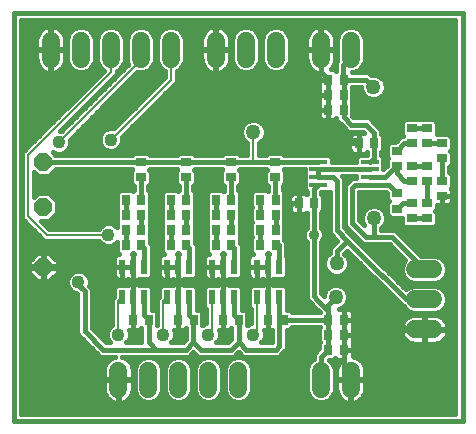
<source format=gtl>
G75*
%MOIN*%
%OFA0B0*%
%FSLAX25Y25*%
%IPPOS*%
%LPD*%
%AMOC8*
5,1,8,0,0,1.08239X$1,22.5*
%
%ADD10C,0.01575*%
%ADD11R,0.05900X0.01700*%
%ADD12C,0.06000*%
%ADD13R,0.02756X0.03543*%
%ADD14R,0.03543X0.02756*%
%ADD15R,0.02200X0.05000*%
%ADD16C,0.05000*%
%ADD17OC8,0.06000*%
%ADD18C,0.04362*%
%ADD19C,0.03575*%
%ADD20C,0.00787*%
D10*
X0068989Y0064953D02*
X0068989Y0201174D01*
X0218595Y0201174D01*
X0218595Y0064953D01*
X0068989Y0064953D01*
X0071564Y0067528D02*
X0071564Y0198599D01*
X0216020Y0198599D01*
X0216020Y0067528D01*
X0071564Y0067528D01*
X0071564Y0068850D02*
X0216020Y0068850D01*
X0216020Y0070423D02*
X0071564Y0070423D01*
X0071564Y0071997D02*
X0101058Y0071997D01*
X0101361Y0071776D02*
X0102033Y0071434D01*
X0102750Y0071201D01*
X0103494Y0071083D01*
X0103658Y0071083D01*
X0103658Y0078658D01*
X0104083Y0078658D01*
X0104083Y0071083D01*
X0104247Y0071083D01*
X0104992Y0071201D01*
X0105708Y0071434D01*
X0106380Y0071776D01*
X0106989Y0072219D01*
X0107522Y0072752D01*
X0107965Y0073361D01*
X0108307Y0074033D01*
X0108540Y0074750D01*
X0108658Y0075494D01*
X0108658Y0078658D01*
X0104083Y0078658D01*
X0104083Y0079083D01*
X0108658Y0079083D01*
X0108658Y0082247D01*
X0108540Y0082992D01*
X0108307Y0083708D01*
X0107965Y0084380D01*
X0107522Y0084989D01*
X0106989Y0085522D01*
X0106380Y0085965D01*
X0105708Y0086307D01*
X0105089Y0086508D01*
X0127349Y0086508D01*
X0128871Y0088030D01*
X0130392Y0086508D01*
X0142349Y0086508D01*
X0143733Y0087892D01*
X0143733Y0087892D01*
X0143930Y0088089D01*
X0145510Y0086508D01*
X0157349Y0086508D01*
X0158733Y0087892D01*
X0159933Y0089092D01*
X0159933Y0095524D01*
X0160960Y0095524D01*
X0161882Y0096447D01*
X0161882Y0096508D01*
X0170859Y0096508D01*
X0170859Y0096447D01*
X0170935Y0096371D01*
X0170859Y0096295D01*
X0170859Y0091447D01*
X0170935Y0091371D01*
X0170859Y0091295D01*
X0170859Y0089259D01*
X0169008Y0087408D01*
X0169008Y0085844D01*
X0168779Y0085749D01*
X0167492Y0084462D01*
X0166796Y0082781D01*
X0166796Y0074961D01*
X0167492Y0073279D01*
X0168779Y0071992D01*
X0170461Y0071296D01*
X0172281Y0071296D01*
X0173962Y0071992D01*
X0175249Y0073279D01*
X0175945Y0074961D01*
X0175945Y0082781D01*
X0175249Y0084462D01*
X0174187Y0085524D01*
X0175842Y0085524D01*
X0176220Y0085903D01*
X0176454Y0085669D01*
X0176862Y0085433D01*
X0177316Y0085312D01*
X0178041Y0085312D01*
X0177719Y0084989D01*
X0177276Y0084380D01*
X0176934Y0083708D01*
X0176701Y0082992D01*
X0176583Y0082247D01*
X0176583Y0079083D01*
X0181158Y0079083D01*
X0181158Y0078658D01*
X0181583Y0078658D01*
X0181583Y0071083D01*
X0181747Y0071083D01*
X0182492Y0071201D01*
X0183208Y0071434D01*
X0183880Y0071776D01*
X0184489Y0072219D01*
X0185022Y0072752D01*
X0185465Y0073361D01*
X0185807Y0074033D01*
X0186040Y0074750D01*
X0186158Y0075494D01*
X0186158Y0078658D01*
X0181583Y0078658D01*
X0181583Y0079083D01*
X0186158Y0079083D01*
X0186158Y0082247D01*
X0186040Y0082992D01*
X0185807Y0083708D01*
X0185465Y0084380D01*
X0185022Y0084989D01*
X0184489Y0085522D01*
X0183880Y0085965D01*
X0183208Y0086307D01*
X0182492Y0086540D01*
X0182028Y0086614D01*
X0182095Y0086864D01*
X0182095Y0088871D01*
X0182095Y0090878D01*
X0181973Y0091332D01*
X0181951Y0091371D01*
X0181973Y0091409D01*
X0182095Y0091864D01*
X0182095Y0093871D01*
X0182095Y0095878D01*
X0181973Y0096332D01*
X0181951Y0096371D01*
X0181973Y0096409D01*
X0182095Y0096864D01*
X0182095Y0098871D01*
X0182095Y0100878D01*
X0181973Y0101332D01*
X0181738Y0101740D01*
X0181405Y0102073D01*
X0180998Y0102308D01*
X0180543Y0102430D01*
X0178930Y0102430D01*
X0178930Y0098871D01*
X0178930Y0098871D01*
X0182095Y0098871D01*
X0178930Y0098871D01*
X0178930Y0098871D01*
X0178930Y0102430D01*
X0177504Y0102430D01*
X0178679Y0102916D01*
X0179825Y0104062D01*
X0180445Y0105560D01*
X0180445Y0107181D01*
X0179825Y0108679D01*
X0178679Y0109825D01*
X0177181Y0110445D01*
X0175560Y0110445D01*
X0174062Y0109825D01*
X0172916Y0108679D01*
X0172296Y0107181D01*
X0172296Y0106719D01*
X0171351Y0107664D01*
X0171351Y0124765D01*
X0171839Y0125253D01*
X0172351Y0126489D01*
X0172351Y0127827D01*
X0171839Y0129063D01*
X0171351Y0129551D01*
X0171351Y0134415D01*
X0172132Y0135197D01*
X0172132Y0140045D01*
X0171542Y0140635D01*
X0171542Y0141396D01*
X0174123Y0141396D01*
X0174258Y0141531D01*
X0174258Y0127642D01*
X0176780Y0125121D01*
X0174258Y0122599D01*
X0174258Y0121021D01*
X0173166Y0119929D01*
X0172546Y0118431D01*
X0172546Y0116810D01*
X0173166Y0115312D01*
X0174312Y0114166D01*
X0175810Y0113546D01*
X0177431Y0113546D01*
X0178929Y0114166D01*
X0180075Y0115312D01*
X0180695Y0116810D01*
X0180695Y0118431D01*
X0180075Y0119929D01*
X0179172Y0120832D01*
X0180121Y0121780D01*
X0181508Y0120392D01*
X0197256Y0104644D01*
X0198640Y0103260D01*
X0198925Y0103260D01*
X0199020Y0103031D01*
X0200307Y0101744D01*
X0201988Y0101048D01*
X0209808Y0101048D01*
X0211490Y0101744D01*
X0212776Y0103031D01*
X0213473Y0104713D01*
X0213473Y0106533D01*
X0212776Y0108214D01*
X0211490Y0109501D01*
X0209808Y0110197D01*
X0201988Y0110197D01*
X0200307Y0109501D01*
X0199694Y0108888D01*
X0184849Y0123733D01*
X0182483Y0126099D01*
X0181099Y0127483D01*
X0178983Y0129599D01*
X0178983Y0146099D01*
X0178523Y0146558D01*
X0183196Y0146558D01*
X0183196Y0146183D01*
X0181842Y0146183D01*
X0180642Y0144983D01*
X0179258Y0143599D01*
X0179258Y0130142D01*
X0184008Y0125392D01*
X0185392Y0124008D01*
X0194172Y0124008D01*
X0199493Y0118687D01*
X0199020Y0118214D01*
X0198323Y0116533D01*
X0198323Y0114713D01*
X0199020Y0113031D01*
X0200307Y0111744D01*
X0201988Y0111048D01*
X0209808Y0111048D01*
X0211490Y0111744D01*
X0212776Y0113031D01*
X0213473Y0114713D01*
X0213473Y0116533D01*
X0212776Y0118214D01*
X0211490Y0119501D01*
X0209808Y0120197D01*
X0204664Y0120197D01*
X0197512Y0127349D01*
X0196129Y0128733D01*
X0191483Y0128733D01*
X0191483Y0129220D01*
X0192575Y0130312D01*
X0193195Y0131810D01*
X0193195Y0133431D01*
X0192575Y0134929D01*
X0191429Y0136075D01*
X0189931Y0136695D01*
X0188310Y0136695D01*
X0186812Y0136075D01*
X0185666Y0134929D01*
X0185046Y0133431D01*
X0185046Y0131810D01*
X0185593Y0130489D01*
X0183983Y0132099D01*
X0183983Y0141458D01*
X0184056Y0141458D01*
X0184118Y0141396D01*
X0191323Y0141396D01*
X0191386Y0141458D01*
X0193001Y0141458D01*
X0193524Y0140935D01*
X0193524Y0138899D01*
X0194053Y0138371D01*
X0193524Y0137842D01*
X0193524Y0133781D01*
X0194447Y0132859D01*
X0198274Y0132859D01*
X0198274Y0130531D01*
X0199197Y0129609D01*
X0204045Y0129609D01*
X0204121Y0129685D01*
X0204197Y0129609D01*
X0209045Y0129609D01*
X0209967Y0130531D01*
X0209967Y0134592D01*
X0209438Y0135121D01*
X0209967Y0135649D01*
X0209967Y0136896D01*
X0211621Y0136896D01*
X0213628Y0136896D01*
X0214082Y0137018D01*
X0214490Y0137253D01*
X0214823Y0137586D01*
X0215058Y0137994D01*
X0215180Y0138448D01*
X0215180Y0140061D01*
X0211621Y0140061D01*
X0211621Y0140062D01*
X0215180Y0140062D01*
X0215180Y0141675D01*
X0215058Y0142129D01*
X0214823Y0142537D01*
X0214589Y0142771D01*
X0214967Y0143149D01*
X0214967Y0147210D01*
X0214045Y0148132D01*
X0213983Y0148132D01*
X0213983Y0149609D01*
X0214045Y0149609D01*
X0214967Y0150531D01*
X0214967Y0154592D01*
X0214438Y0155121D01*
X0214967Y0155649D01*
X0214967Y0159710D01*
X0214045Y0160632D01*
X0209950Y0160632D01*
X0209967Y0160649D01*
X0209967Y0164710D01*
X0209045Y0165632D01*
X0204197Y0165632D01*
X0204121Y0165556D01*
X0204045Y0165632D01*
X0199197Y0165632D01*
X0198274Y0164710D01*
X0198274Y0160649D01*
X0198803Y0160121D01*
X0198606Y0159924D01*
X0198024Y0159924D01*
X0196233Y0158132D01*
X0194197Y0158132D01*
X0193274Y0157210D01*
X0193274Y0153149D01*
X0193803Y0152621D01*
X0193274Y0152092D01*
X0193274Y0150115D01*
X0193142Y0149983D01*
X0192245Y0149086D01*
X0192245Y0152923D01*
X0191542Y0153626D01*
X0191542Y0154606D01*
X0192132Y0155197D01*
X0192132Y0160045D01*
X0191542Y0160635D01*
X0191542Y0162040D01*
X0187349Y0166233D01*
X0182349Y0166233D01*
X0181882Y0166699D01*
X0181882Y0171295D01*
X0181806Y0171371D01*
X0181882Y0171447D01*
X0181882Y0176295D01*
X0181806Y0176371D01*
X0181882Y0176447D01*
X0181882Y0176508D01*
X0184796Y0176508D01*
X0184796Y0175560D01*
X0185416Y0174062D01*
X0186562Y0172916D01*
X0188060Y0172296D01*
X0189681Y0172296D01*
X0191179Y0172916D01*
X0192325Y0174062D01*
X0192945Y0175560D01*
X0192945Y0177181D01*
X0192325Y0178679D01*
X0191179Y0179825D01*
X0189681Y0180445D01*
X0188136Y0180445D01*
X0187349Y0181233D01*
X0181882Y0181233D01*
X0181882Y0181295D01*
X0181881Y0181296D01*
X0182281Y0181296D01*
X0183962Y0181992D01*
X0185249Y0183279D01*
X0185945Y0184961D01*
X0185945Y0192781D01*
X0185249Y0194462D01*
X0183962Y0195749D01*
X0182281Y0196445D01*
X0180461Y0196445D01*
X0178779Y0195749D01*
X0177492Y0194462D01*
X0176796Y0192781D01*
X0176796Y0185136D01*
X0176508Y0184849D01*
X0176508Y0181851D01*
X0176287Y0182073D01*
X0175879Y0182308D01*
X0175425Y0182430D01*
X0174700Y0182430D01*
X0175022Y0182752D01*
X0175465Y0183361D01*
X0175807Y0184033D01*
X0176040Y0184750D01*
X0176158Y0185494D01*
X0176158Y0188658D01*
X0171583Y0188658D01*
X0171583Y0189083D01*
X0171158Y0189083D01*
X0171158Y0188658D01*
X0166583Y0188658D01*
X0166583Y0185494D01*
X0166701Y0184750D01*
X0166934Y0184033D01*
X0167276Y0183361D01*
X0167719Y0182752D01*
X0168252Y0182219D01*
X0168861Y0181776D01*
X0169533Y0181434D01*
X0170250Y0181201D01*
X0170713Y0181128D01*
X0170646Y0180878D01*
X0170646Y0178871D01*
X0173811Y0178871D01*
X0173811Y0178871D01*
X0170646Y0178871D01*
X0170646Y0176864D01*
X0170768Y0176409D01*
X0170790Y0176371D01*
X0170768Y0176332D01*
X0170646Y0175878D01*
X0170646Y0173871D01*
X0173811Y0173871D01*
X0173811Y0173871D01*
X0173811Y0178870D01*
X0173812Y0178870D01*
X0173812Y0175312D01*
X0173812Y0173871D01*
X0173811Y0173871D01*
X0170646Y0173871D01*
X0170646Y0171864D01*
X0170768Y0171409D01*
X0170790Y0171371D01*
X0170768Y0171332D01*
X0170646Y0170878D01*
X0170646Y0168871D01*
X0173811Y0168871D01*
X0173811Y0168871D01*
X0173811Y0173870D01*
X0173812Y0173870D01*
X0173812Y0170312D01*
X0173812Y0168871D01*
X0173811Y0168871D01*
X0170646Y0168871D01*
X0170646Y0166864D01*
X0170768Y0166409D01*
X0171003Y0166001D01*
X0171336Y0165669D01*
X0171744Y0165433D01*
X0172198Y0165312D01*
X0173811Y0165312D01*
X0173811Y0168870D01*
X0173812Y0168870D01*
X0173812Y0165312D01*
X0175425Y0165312D01*
X0175879Y0165433D01*
X0176287Y0165669D01*
X0176521Y0165903D01*
X0176567Y0165856D01*
X0176567Y0165333D01*
X0179008Y0162892D01*
X0180392Y0161508D01*
X0185392Y0161508D01*
X0185738Y0161163D01*
X0185675Y0161180D01*
X0184062Y0161180D01*
X0184062Y0157621D01*
X0184061Y0157621D01*
X0184061Y0157621D01*
X0180896Y0157621D01*
X0180896Y0159628D01*
X0181018Y0160082D01*
X0181253Y0160490D01*
X0181586Y0160823D01*
X0181994Y0161058D01*
X0182448Y0161180D01*
X0184061Y0161180D01*
X0184061Y0157621D01*
X0180896Y0157621D01*
X0180896Y0155614D01*
X0181018Y0155159D01*
X0181253Y0154751D01*
X0181586Y0154419D01*
X0181994Y0154183D01*
X0182448Y0154062D01*
X0184061Y0154062D01*
X0184061Y0157620D01*
X0184062Y0157620D01*
X0184062Y0154062D01*
X0185675Y0154062D01*
X0186129Y0154183D01*
X0186537Y0154419D01*
X0186771Y0154653D01*
X0186817Y0154606D01*
X0186817Y0153858D01*
X0186805Y0153845D01*
X0184118Y0153845D01*
X0183196Y0152923D01*
X0183196Y0151283D01*
X0175045Y0151283D01*
X0175045Y0152923D01*
X0174123Y0153845D01*
X0166918Y0153845D01*
X0166865Y0153792D01*
X0159247Y0153792D01*
X0158657Y0154382D01*
X0153809Y0154382D01*
X0153218Y0153792D01*
X0150839Y0153792D01*
X0150839Y0157775D01*
X0151179Y0157916D01*
X0152325Y0159062D01*
X0152945Y0160560D01*
X0152945Y0162181D01*
X0152325Y0163679D01*
X0151179Y0164825D01*
X0149681Y0165445D01*
X0148060Y0165445D01*
X0146562Y0164825D01*
X0145416Y0163679D01*
X0144796Y0162181D01*
X0144796Y0160560D01*
X0145416Y0159062D01*
X0146562Y0157916D01*
X0146902Y0157775D01*
X0146902Y0153792D01*
X0144385Y0153792D01*
X0143795Y0154382D01*
X0138947Y0154382D01*
X0138356Y0153792D01*
X0129385Y0153792D01*
X0128795Y0154382D01*
X0123947Y0154382D01*
X0123356Y0153792D01*
X0114385Y0153792D01*
X0113795Y0154382D01*
X0108947Y0154382D01*
X0108297Y0153733D01*
X0082978Y0153733D01*
X0081998Y0154713D01*
X0083261Y0154190D01*
X0084755Y0154190D01*
X0086136Y0154761D01*
X0087192Y0155818D01*
X0087764Y0157198D01*
X0087764Y0158693D01*
X0087698Y0158852D01*
X0110236Y0181389D01*
X0110461Y0181296D01*
X0112281Y0181296D01*
X0113962Y0181992D01*
X0115249Y0183279D01*
X0115945Y0184961D01*
X0115945Y0192781D01*
X0115249Y0194462D01*
X0113962Y0195749D01*
X0112281Y0196445D01*
X0110461Y0196445D01*
X0108779Y0195749D01*
X0107492Y0194462D01*
X0106796Y0192781D01*
X0106796Y0184961D01*
X0107219Y0183940D01*
X0084915Y0161635D01*
X0084755Y0161701D01*
X0084485Y0161701D01*
X0102186Y0179402D01*
X0103339Y0180555D01*
X0103339Y0181734D01*
X0103962Y0181992D01*
X0105249Y0183279D01*
X0105945Y0184961D01*
X0105945Y0192781D01*
X0105249Y0194462D01*
X0103962Y0195749D01*
X0102281Y0196445D01*
X0100461Y0196445D01*
X0098779Y0195749D01*
X0097492Y0194462D01*
X0096796Y0192781D01*
X0096796Y0184961D01*
X0097492Y0183279D01*
X0098779Y0181992D01*
X0099083Y0181867D01*
X0076902Y0159686D01*
X0071902Y0154686D01*
X0071902Y0132484D01*
X0079197Y0125190D01*
X0097333Y0125190D01*
X0097399Y0125030D01*
X0098456Y0123974D01*
X0099836Y0123402D01*
X0101330Y0123402D01*
X0102711Y0123974D01*
X0103359Y0124622D01*
X0103359Y0121447D01*
X0104047Y0120758D01*
X0103835Y0120758D01*
X0103381Y0120636D01*
X0102973Y0120401D01*
X0102640Y0120068D01*
X0102405Y0119661D01*
X0102283Y0119206D01*
X0102283Y0116471D01*
X0105170Y0116471D01*
X0105170Y0116471D01*
X0102283Y0116471D01*
X0102283Y0113735D01*
X0102405Y0113281D01*
X0102640Y0112873D01*
X0102973Y0112540D01*
X0103381Y0112305D01*
X0103835Y0112183D01*
X0105171Y0112183D01*
X0106506Y0112183D01*
X0106961Y0112305D01*
X0107021Y0112340D01*
X0107081Y0112305D01*
X0107535Y0112183D01*
X0108871Y0112183D01*
X0110206Y0112183D01*
X0110661Y0112305D01*
X0110818Y0112396D01*
X0110818Y0112396D01*
X0114323Y0112396D01*
X0115245Y0113318D01*
X0115245Y0119623D01*
X0114933Y0119936D01*
X0114933Y0123708D01*
X0114382Y0124259D01*
X0114382Y0126295D01*
X0114306Y0126371D01*
X0114382Y0126447D01*
X0114382Y0131295D01*
X0114306Y0131371D01*
X0114382Y0131447D01*
X0114382Y0136295D01*
X0114306Y0136371D01*
X0114382Y0136447D01*
X0114382Y0141295D01*
X0113792Y0141885D01*
X0113792Y0143359D01*
X0113795Y0143359D01*
X0114717Y0144281D01*
X0114717Y0148342D01*
X0114188Y0148871D01*
X0114385Y0149067D01*
X0123356Y0149067D01*
X0123553Y0148871D01*
X0123024Y0148342D01*
X0123024Y0144281D01*
X0123947Y0143359D01*
X0124067Y0143359D01*
X0124067Y0141885D01*
X0123871Y0141688D01*
X0123342Y0142217D01*
X0119281Y0142217D01*
X0118359Y0141295D01*
X0118359Y0136447D01*
X0118435Y0136371D01*
X0118359Y0136295D01*
X0118359Y0131447D01*
X0118435Y0131371D01*
X0118359Y0131295D01*
X0118359Y0126447D01*
X0118435Y0126371D01*
X0118359Y0126295D01*
X0118359Y0121447D01*
X0119047Y0120758D01*
X0118835Y0120758D01*
X0118381Y0120636D01*
X0117973Y0120401D01*
X0117640Y0120068D01*
X0117405Y0119661D01*
X0117283Y0119206D01*
X0117283Y0116471D01*
X0120170Y0116471D01*
X0120170Y0116471D01*
X0117283Y0116471D01*
X0117283Y0113735D01*
X0117405Y0113281D01*
X0117640Y0112873D01*
X0117973Y0112540D01*
X0118381Y0112305D01*
X0118835Y0112183D01*
X0120171Y0112183D01*
X0121506Y0112183D01*
X0121961Y0112305D01*
X0122021Y0112340D01*
X0122081Y0112305D01*
X0122535Y0112183D01*
X0123871Y0112183D01*
X0125206Y0112183D01*
X0125661Y0112305D01*
X0125818Y0112396D01*
X0125818Y0112396D01*
X0129323Y0112396D01*
X0130245Y0113318D01*
X0130245Y0119623D01*
X0129933Y0119936D01*
X0129933Y0123708D01*
X0129382Y0124259D01*
X0129382Y0126295D01*
X0129306Y0126371D01*
X0129382Y0126447D01*
X0129382Y0131295D01*
X0129306Y0131371D01*
X0129382Y0131447D01*
X0129382Y0136295D01*
X0129306Y0136371D01*
X0129382Y0136447D01*
X0129382Y0141295D01*
X0128792Y0141885D01*
X0128792Y0143359D01*
X0128795Y0143359D01*
X0129717Y0144281D01*
X0129717Y0148342D01*
X0129188Y0148871D01*
X0129385Y0149067D01*
X0138356Y0149067D01*
X0138553Y0148871D01*
X0138024Y0148342D01*
X0138024Y0144281D01*
X0138947Y0143359D01*
X0139008Y0143359D01*
X0139008Y0141826D01*
X0138871Y0141688D01*
X0138342Y0142217D01*
X0134281Y0142217D01*
X0133359Y0141295D01*
X0133359Y0136447D01*
X0133435Y0136371D01*
X0133359Y0136295D01*
X0133359Y0131447D01*
X0133435Y0131371D01*
X0133359Y0131295D01*
X0133359Y0126447D01*
X0133435Y0126371D01*
X0133359Y0126295D01*
X0133359Y0121447D01*
X0134047Y0120758D01*
X0133835Y0120758D01*
X0133381Y0120636D01*
X0132973Y0120401D01*
X0132640Y0120068D01*
X0132405Y0119661D01*
X0132283Y0119206D01*
X0132283Y0116471D01*
X0135170Y0116471D01*
X0135170Y0116471D01*
X0132283Y0116471D01*
X0132283Y0113735D01*
X0132405Y0113281D01*
X0132640Y0112873D01*
X0132973Y0112540D01*
X0133381Y0112305D01*
X0133835Y0112183D01*
X0135171Y0112183D01*
X0136506Y0112183D01*
X0136961Y0112305D01*
X0137021Y0112340D01*
X0137081Y0112305D01*
X0137535Y0112183D01*
X0138871Y0112183D01*
X0140206Y0112183D01*
X0140661Y0112305D01*
X0140818Y0112396D01*
X0140818Y0112396D01*
X0144323Y0112396D01*
X0145245Y0113318D01*
X0145245Y0119623D01*
X0144933Y0119936D01*
X0144933Y0123708D01*
X0144382Y0124259D01*
X0144382Y0126295D01*
X0144306Y0126371D01*
X0144382Y0126447D01*
X0144382Y0131295D01*
X0144306Y0131371D01*
X0144382Y0131447D01*
X0144382Y0136295D01*
X0144306Y0136371D01*
X0144382Y0136447D01*
X0144382Y0141295D01*
X0143733Y0141944D01*
X0143733Y0143359D01*
X0143795Y0143359D01*
X0144717Y0144281D01*
X0144717Y0148342D01*
X0144188Y0148871D01*
X0144385Y0149067D01*
X0153218Y0149067D01*
X0153415Y0148871D01*
X0152886Y0148342D01*
X0152886Y0144281D01*
X0153809Y0143359D01*
X0153871Y0143359D01*
X0153871Y0141826D01*
X0153733Y0141688D01*
X0153204Y0142217D01*
X0149143Y0142217D01*
X0148221Y0141295D01*
X0148221Y0136447D01*
X0148297Y0136371D01*
X0148221Y0136295D01*
X0148221Y0131447D01*
X0148297Y0131371D01*
X0148221Y0131295D01*
X0148221Y0126447D01*
X0148297Y0126371D01*
X0148221Y0126295D01*
X0148221Y0121447D01*
X0148910Y0120758D01*
X0148697Y0120758D01*
X0148243Y0120636D01*
X0147835Y0120401D01*
X0147503Y0120068D01*
X0147267Y0119661D01*
X0147145Y0119206D01*
X0147145Y0116471D01*
X0150033Y0116471D01*
X0152920Y0116471D01*
X0153733Y0116471D01*
X0153733Y0116471D01*
X0153733Y0120758D01*
X0154028Y0120758D01*
X0153733Y0121053D01*
X0153438Y0120758D01*
X0153733Y0120758D01*
X0153733Y0116471D01*
X0153733Y0111371D01*
X0153772Y0111410D01*
X0161115Y0111410D01*
X0161115Y0114560D01*
X0161115Y0127158D01*
X0161115Y0136607D01*
X0162128Y0137621D01*
X0164062Y0137621D01*
X0164061Y0137621D01*
X0164061Y0137621D01*
X0160896Y0137621D01*
X0160896Y0139628D01*
X0161018Y0140082D01*
X0161253Y0140490D01*
X0161586Y0140823D01*
X0161994Y0141058D01*
X0162448Y0141180D01*
X0164061Y0141180D01*
X0164061Y0137621D01*
X0160896Y0137621D01*
X0160896Y0135614D01*
X0161018Y0135159D01*
X0161253Y0134751D01*
X0161586Y0134419D01*
X0161994Y0134183D01*
X0162448Y0134062D01*
X0164061Y0134062D01*
X0164061Y0137620D01*
X0164062Y0137620D01*
X0164062Y0134062D01*
X0165675Y0134062D01*
X0166129Y0134183D01*
X0166537Y0134419D01*
X0166627Y0134508D01*
X0166627Y0129551D01*
X0166138Y0129063D01*
X0165627Y0127827D01*
X0165627Y0126489D01*
X0166138Y0125253D01*
X0166627Y0124765D01*
X0166627Y0105707D01*
X0168010Y0104323D01*
X0169585Y0102749D01*
X0170949Y0101385D01*
X0170859Y0101295D01*
X0170859Y0101233D01*
X0161882Y0101233D01*
X0161882Y0101295D01*
X0160960Y0102217D01*
X0159933Y0102217D01*
X0159933Y0102944D01*
X0160108Y0103118D01*
X0160108Y0109423D01*
X0159185Y0110345D01*
X0155680Y0110345D01*
X0155523Y0110436D01*
X0155068Y0110558D01*
X0153733Y0110558D01*
X0153733Y0106271D01*
X0153733Y0106271D01*
X0153733Y0110558D01*
X0152397Y0110558D01*
X0151943Y0110436D01*
X0151785Y0110345D01*
X0151785Y0110345D01*
X0148280Y0110345D01*
X0147358Y0109423D01*
X0147358Y0103118D01*
X0148064Y0102412D01*
X0148064Y0097602D01*
X0146882Y0097112D01*
X0146882Y0101295D01*
X0145960Y0102217D01*
X0144933Y0102217D01*
X0144933Y0102806D01*
X0145245Y0103118D01*
X0145245Y0109423D01*
X0144323Y0110345D01*
X0140818Y0110345D01*
X0140661Y0110436D01*
X0140206Y0110558D01*
X0138871Y0110558D01*
X0138871Y0106271D01*
X0138871Y0106271D01*
X0138871Y0110558D01*
X0137535Y0110558D01*
X0137081Y0110436D01*
X0136923Y0110345D01*
X0136923Y0110345D01*
X0133418Y0110345D01*
X0132496Y0109423D01*
X0132496Y0103118D01*
X0133202Y0102412D01*
X0133202Y0097627D01*
X0133123Y0097627D01*
X0131882Y0097112D01*
X0131882Y0101295D01*
X0130960Y0102217D01*
X0129933Y0102217D01*
X0129933Y0102806D01*
X0130245Y0103118D01*
X0130245Y0109423D01*
X0129323Y0110345D01*
X0125818Y0110345D01*
X0125661Y0110436D01*
X0125206Y0110558D01*
X0123871Y0110558D01*
X0123871Y0106271D01*
X0123871Y0106271D01*
X0123871Y0110558D01*
X0122535Y0110558D01*
X0122081Y0110436D01*
X0121923Y0110345D01*
X0121923Y0110345D01*
X0118418Y0110345D01*
X0117496Y0109423D01*
X0117496Y0106380D01*
X0116902Y0105786D01*
X0116902Y0097121D01*
X0116882Y0097112D01*
X0116882Y0101295D01*
X0115960Y0102217D01*
X0114933Y0102217D01*
X0114933Y0102806D01*
X0115245Y0103118D01*
X0115245Y0109423D01*
X0114323Y0110345D01*
X0110818Y0110345D01*
X0110661Y0110436D01*
X0110206Y0110558D01*
X0108871Y0110558D01*
X0108871Y0106271D01*
X0108871Y0106271D01*
X0108871Y0110558D01*
X0107535Y0110558D01*
X0107081Y0110436D01*
X0106923Y0110345D01*
X0106923Y0110345D01*
X0103418Y0110345D01*
X0102496Y0109423D01*
X0102496Y0106380D01*
X0101902Y0105786D01*
X0101902Y0097121D01*
X0101743Y0097055D01*
X0100687Y0095998D01*
X0100115Y0094618D01*
X0100115Y0093123D01*
X0100687Y0091743D01*
X0101197Y0091233D01*
X0099849Y0091233D01*
X0094973Y0096109D01*
X0094973Y0109239D01*
X0094119Y0110093D01*
X0094339Y0110623D01*
X0094339Y0112118D01*
X0093767Y0113498D01*
X0092711Y0114555D01*
X0091330Y0115127D01*
X0089836Y0115127D01*
X0088456Y0114555D01*
X0087399Y0113498D01*
X0086827Y0112118D01*
X0086827Y0110623D01*
X0087399Y0109243D01*
X0088456Y0108187D01*
X0089836Y0107615D01*
X0089916Y0107615D01*
X0090249Y0107282D01*
X0090249Y0094152D01*
X0097892Y0086508D01*
X0102652Y0086508D01*
X0102033Y0086307D01*
X0101361Y0085965D01*
X0100752Y0085522D01*
X0100219Y0084989D01*
X0099776Y0084380D01*
X0099434Y0083708D01*
X0099201Y0082992D01*
X0099083Y0082247D01*
X0099083Y0079083D01*
X0103658Y0079083D01*
X0103658Y0078658D01*
X0099083Y0078658D01*
X0099083Y0075494D01*
X0099201Y0074750D01*
X0099434Y0074033D01*
X0099776Y0073361D01*
X0100219Y0072752D01*
X0100752Y0072219D01*
X0101361Y0071776D01*
X0103658Y0071997D02*
X0104083Y0071997D01*
X0104083Y0073570D02*
X0103658Y0073570D01*
X0103658Y0075143D02*
X0104083Y0075143D01*
X0104083Y0076717D02*
X0103658Y0076717D01*
X0103658Y0078290D02*
X0104083Y0078290D01*
X0103871Y0078871D02*
X0096804Y0078871D01*
X0081587Y0094087D01*
X0078871Y0096804D01*
X0078871Y0116371D01*
X0105071Y0116371D01*
X0105171Y0116471D01*
X0108058Y0116471D01*
X0108870Y0116471D01*
X0108870Y0116471D01*
X0108871Y0116471D02*
X0108871Y0120758D01*
X0108871Y0116471D01*
X0108871Y0116471D01*
X0108871Y0111371D01*
X0123871Y0111371D01*
X0123871Y0106271D01*
X0123812Y0106212D01*
X0123812Y0098871D01*
X0123812Y0098870D02*
X0123812Y0095312D01*
X0125425Y0095312D01*
X0125879Y0095433D01*
X0126287Y0095669D01*
X0126508Y0095890D01*
X0126508Y0092349D01*
X0125392Y0091233D01*
X0121544Y0091233D01*
X0122055Y0091743D01*
X0122627Y0093123D01*
X0122627Y0094618D01*
X0122339Y0095312D01*
X0123811Y0095312D01*
X0123811Y0098870D01*
X0123812Y0098870D01*
X0123811Y0098743D02*
X0123812Y0098743D01*
X0123811Y0097170D02*
X0123812Y0097170D01*
X0123811Y0095596D02*
X0123812Y0095596D01*
X0122627Y0094023D02*
X0126508Y0094023D01*
X0126508Y0092450D02*
X0122347Y0092450D01*
X0126162Y0095596D02*
X0126508Y0095596D01*
X0128871Y0098812D02*
X0128871Y0091371D01*
X0131371Y0088871D01*
X0141371Y0088871D01*
X0143930Y0091430D01*
X0146489Y0088871D01*
X0156371Y0088871D01*
X0157571Y0090071D01*
X0157571Y0100230D01*
X0157571Y0106133D01*
X0157433Y0106271D01*
X0160108Y0106610D02*
X0166627Y0106610D01*
X0166627Y0108183D02*
X0160108Y0108183D01*
X0159774Y0109756D02*
X0166627Y0109756D01*
X0166627Y0111330D02*
X0094339Y0111330D01*
X0094456Y0109756D02*
X0102829Y0109756D01*
X0102496Y0108183D02*
X0094973Y0108183D01*
X0094973Y0106610D02*
X0102496Y0106610D01*
X0101902Y0105036D02*
X0094973Y0105036D01*
X0094973Y0103463D02*
X0101902Y0103463D01*
X0101902Y0101890D02*
X0094973Y0101890D01*
X0094973Y0100316D02*
X0101902Y0100316D01*
X0101902Y0098743D02*
X0094973Y0098743D01*
X0094973Y0097170D02*
X0101902Y0097170D01*
X0100520Y0095596D02*
X0095485Y0095596D01*
X0097059Y0094023D02*
X0100115Y0094023D01*
X0100394Y0092450D02*
X0098632Y0092450D01*
X0098871Y0088871D02*
X0092611Y0095130D01*
X0092611Y0108260D01*
X0090583Y0110288D01*
X0090583Y0111371D01*
X0094014Y0112903D02*
X0102623Y0112903D01*
X0102283Y0114476D02*
X0092789Y0114476D01*
X0088377Y0114476D02*
X0083658Y0114476D01*
X0083658Y0114388D02*
X0083658Y0116158D01*
X0079083Y0116158D01*
X0079083Y0111583D01*
X0080854Y0111583D01*
X0083658Y0114388D01*
X0083658Y0116050D02*
X0102283Y0116050D01*
X0102283Y0117623D02*
X0083658Y0117623D01*
X0083658Y0118354D02*
X0080854Y0121158D01*
X0079083Y0121158D01*
X0079083Y0116583D01*
X0083658Y0116583D01*
X0083658Y0118354D01*
X0082815Y0119196D02*
X0102283Y0119196D01*
X0104036Y0120769D02*
X0081242Y0120769D01*
X0079083Y0120769D02*
X0078658Y0120769D01*
X0078658Y0121158D02*
X0076888Y0121158D01*
X0074083Y0118354D01*
X0074083Y0116583D01*
X0078658Y0116583D01*
X0078658Y0116158D01*
X0079083Y0116158D01*
X0079083Y0116583D01*
X0078658Y0116583D01*
X0078658Y0121158D01*
X0078658Y0119196D02*
X0079083Y0119196D01*
X0079083Y0117623D02*
X0078658Y0117623D01*
X0078658Y0116158D02*
X0074083Y0116158D01*
X0074083Y0114388D01*
X0076888Y0111583D01*
X0078658Y0111583D01*
X0078658Y0116158D01*
X0078658Y0116050D02*
X0079083Y0116050D01*
X0079083Y0114476D02*
X0078658Y0114476D01*
X0078658Y0112903D02*
X0079083Y0112903D01*
X0082173Y0112903D02*
X0087153Y0112903D01*
X0086827Y0111330D02*
X0071564Y0111330D01*
X0071564Y0112903D02*
X0075568Y0112903D01*
X0074083Y0114476D02*
X0071564Y0114476D01*
X0071564Y0116050D02*
X0074083Y0116050D01*
X0074083Y0117623D02*
X0071564Y0117623D01*
X0071564Y0119196D02*
X0074926Y0119196D01*
X0076499Y0120769D02*
X0071564Y0120769D01*
X0071564Y0122343D02*
X0103359Y0122343D01*
X0103359Y0123916D02*
X0102571Y0123916D01*
X0098595Y0123916D02*
X0071564Y0123916D01*
X0071564Y0125489D02*
X0078897Y0125489D01*
X0077324Y0127063D02*
X0071564Y0127063D01*
X0071564Y0128636D02*
X0075750Y0128636D01*
X0074177Y0130209D02*
X0071564Y0130209D01*
X0071564Y0131783D02*
X0072604Y0131783D01*
X0071902Y0133356D02*
X0071564Y0133356D01*
X0071564Y0134929D02*
X0071902Y0134929D01*
X0071902Y0136503D02*
X0071564Y0136503D01*
X0071564Y0138076D02*
X0071902Y0138076D01*
X0071902Y0139649D02*
X0071564Y0139649D01*
X0071564Y0141223D02*
X0071902Y0141223D01*
X0071902Y0142796D02*
X0071564Y0142796D01*
X0071564Y0144369D02*
X0071902Y0144369D01*
X0071902Y0145943D02*
X0071564Y0145943D01*
X0071564Y0147516D02*
X0071902Y0147516D01*
X0071902Y0149089D02*
X0071564Y0149089D01*
X0071564Y0150662D02*
X0071902Y0150662D01*
X0071902Y0152236D02*
X0071564Y0152236D01*
X0071564Y0153809D02*
X0071902Y0153809D01*
X0071564Y0155382D02*
X0072599Y0155382D01*
X0071564Y0156956D02*
X0074172Y0156956D01*
X0075745Y0158529D02*
X0071564Y0158529D01*
X0071564Y0160102D02*
X0077318Y0160102D01*
X0076902Y0159686D02*
X0076902Y0159686D01*
X0078892Y0161676D02*
X0071564Y0161676D01*
X0071564Y0163249D02*
X0080465Y0163249D01*
X0082038Y0164822D02*
X0071564Y0164822D01*
X0071564Y0166396D02*
X0083612Y0166396D01*
X0085185Y0167969D02*
X0071564Y0167969D01*
X0071564Y0169542D02*
X0086758Y0169542D01*
X0088332Y0171116D02*
X0071564Y0171116D01*
X0071564Y0172689D02*
X0089905Y0172689D01*
X0091478Y0174262D02*
X0071564Y0174262D01*
X0071564Y0175835D02*
X0093052Y0175835D01*
X0094625Y0177409D02*
X0071564Y0177409D01*
X0071564Y0178982D02*
X0096198Y0178982D01*
X0097772Y0180555D02*
X0071564Y0180555D01*
X0071564Y0182129D02*
X0078376Y0182129D01*
X0078252Y0182219D02*
X0078861Y0181776D01*
X0079533Y0181434D01*
X0080250Y0181201D01*
X0080994Y0181083D01*
X0081158Y0181083D01*
X0081158Y0188658D01*
X0081583Y0188658D01*
X0081583Y0181083D01*
X0081747Y0181083D01*
X0082492Y0181201D01*
X0083208Y0181434D01*
X0083880Y0181776D01*
X0084489Y0182219D01*
X0085022Y0182752D01*
X0085465Y0183361D01*
X0085807Y0184033D01*
X0086040Y0184750D01*
X0086158Y0185494D01*
X0086158Y0188658D01*
X0081583Y0188658D01*
X0081583Y0189083D01*
X0086158Y0189083D01*
X0086158Y0192247D01*
X0086040Y0192992D01*
X0085807Y0193708D01*
X0085465Y0194380D01*
X0085022Y0194989D01*
X0084489Y0195522D01*
X0083880Y0195965D01*
X0083208Y0196307D01*
X0082492Y0196540D01*
X0081747Y0196658D01*
X0081583Y0196658D01*
X0081583Y0189083D01*
X0081158Y0189083D01*
X0081158Y0188658D01*
X0076583Y0188658D01*
X0076583Y0185494D01*
X0076701Y0184750D01*
X0076934Y0184033D01*
X0077276Y0183361D01*
X0077719Y0182752D01*
X0078252Y0182219D01*
X0077102Y0183702D02*
X0071564Y0183702D01*
X0071564Y0185275D02*
X0076618Y0185275D01*
X0076583Y0186849D02*
X0071564Y0186849D01*
X0071564Y0188422D02*
X0076583Y0188422D01*
X0076583Y0189083D02*
X0081158Y0189083D01*
X0081158Y0196658D01*
X0080994Y0196658D01*
X0080250Y0196540D01*
X0079533Y0196307D01*
X0078861Y0195965D01*
X0078252Y0195522D01*
X0077719Y0194989D01*
X0077276Y0194380D01*
X0076934Y0193708D01*
X0076701Y0192992D01*
X0076583Y0192247D01*
X0076583Y0189083D01*
X0076583Y0189995D02*
X0071564Y0189995D01*
X0071564Y0191569D02*
X0076583Y0191569D01*
X0076750Y0193142D02*
X0071564Y0193142D01*
X0071564Y0194715D02*
X0077520Y0194715D01*
X0079496Y0196289D02*
X0071564Y0196289D01*
X0071564Y0197862D02*
X0216020Y0197862D01*
X0216020Y0196289D02*
X0182659Y0196289D01*
X0180082Y0196289D02*
X0173245Y0196289D01*
X0173208Y0196307D02*
X0172492Y0196540D01*
X0171747Y0196658D01*
X0171583Y0196658D01*
X0171583Y0189083D01*
X0176158Y0189083D01*
X0176158Y0192247D01*
X0176040Y0192992D01*
X0175807Y0193708D01*
X0175465Y0194380D01*
X0175022Y0194989D01*
X0174489Y0195522D01*
X0173880Y0195965D01*
X0173208Y0196307D01*
X0171583Y0196289D02*
X0171158Y0196289D01*
X0171158Y0196658D02*
X0170994Y0196658D01*
X0170250Y0196540D01*
X0169533Y0196307D01*
X0168861Y0195965D01*
X0168252Y0195522D01*
X0167719Y0194989D01*
X0167276Y0194380D01*
X0166934Y0193708D01*
X0166701Y0192992D01*
X0166583Y0192247D01*
X0166583Y0189083D01*
X0171158Y0189083D01*
X0171158Y0196658D01*
X0169496Y0196289D02*
X0157659Y0196289D01*
X0157281Y0196445D02*
X0155461Y0196445D01*
X0153779Y0195749D01*
X0152492Y0194462D01*
X0151796Y0192781D01*
X0151796Y0184961D01*
X0152492Y0183279D01*
X0153779Y0181992D01*
X0155461Y0181296D01*
X0157281Y0181296D01*
X0158962Y0181992D01*
X0160249Y0183279D01*
X0160945Y0184961D01*
X0160945Y0192781D01*
X0160249Y0194462D01*
X0158962Y0195749D01*
X0157281Y0196445D01*
X0155082Y0196289D02*
X0147659Y0196289D01*
X0147281Y0196445D02*
X0145461Y0196445D01*
X0143779Y0195749D01*
X0142492Y0194462D01*
X0141796Y0192781D01*
X0141796Y0184961D01*
X0142492Y0183279D01*
X0143779Y0181992D01*
X0145461Y0181296D01*
X0147281Y0181296D01*
X0148962Y0181992D01*
X0150249Y0183279D01*
X0150945Y0184961D01*
X0150945Y0192781D01*
X0150249Y0194462D01*
X0148962Y0195749D01*
X0147281Y0196445D01*
X0145082Y0196289D02*
X0138245Y0196289D01*
X0138208Y0196307D02*
X0137492Y0196540D01*
X0136747Y0196658D01*
X0136583Y0196658D01*
X0136583Y0189083D01*
X0141158Y0189083D01*
X0141158Y0192247D01*
X0141040Y0192992D01*
X0140807Y0193708D01*
X0140465Y0194380D01*
X0140022Y0194989D01*
X0139489Y0195522D01*
X0138880Y0195965D01*
X0138208Y0196307D01*
X0136583Y0196289D02*
X0136158Y0196289D01*
X0136158Y0196658D02*
X0135994Y0196658D01*
X0135250Y0196540D01*
X0134533Y0196307D01*
X0133861Y0195965D01*
X0133252Y0195522D01*
X0132719Y0194989D01*
X0132276Y0194380D01*
X0131934Y0193708D01*
X0131701Y0192992D01*
X0131583Y0192247D01*
X0131583Y0189083D01*
X0136158Y0189083D01*
X0136158Y0188658D01*
X0136583Y0188658D01*
X0136583Y0181083D01*
X0136747Y0181083D01*
X0137492Y0181201D01*
X0138208Y0181434D01*
X0138880Y0181776D01*
X0139489Y0182219D01*
X0140022Y0182752D01*
X0140465Y0183361D01*
X0140807Y0184033D01*
X0141040Y0184750D01*
X0141158Y0185494D01*
X0141158Y0188658D01*
X0136583Y0188658D01*
X0136583Y0189083D01*
X0136158Y0189083D01*
X0136158Y0196658D01*
X0134496Y0196289D02*
X0122659Y0196289D01*
X0122281Y0196445D02*
X0120461Y0196445D01*
X0118779Y0195749D01*
X0117492Y0194462D01*
X0116796Y0192781D01*
X0116796Y0184961D01*
X0117492Y0183279D01*
X0118779Y0181992D01*
X0119402Y0181734D01*
X0119402Y0179686D01*
X0102277Y0162561D01*
X0102118Y0162627D01*
X0100623Y0162627D01*
X0099243Y0162055D01*
X0098187Y0160998D01*
X0097615Y0159618D01*
X0097615Y0158123D01*
X0098187Y0156743D01*
X0099243Y0155687D01*
X0100623Y0155115D01*
X0102118Y0155115D01*
X0103498Y0155687D01*
X0104555Y0156743D01*
X0105127Y0158123D01*
X0105127Y0159618D01*
X0105061Y0159777D01*
X0123339Y0178055D01*
X0123339Y0181734D01*
X0123962Y0181992D01*
X0125249Y0183279D01*
X0125945Y0184961D01*
X0125945Y0192781D01*
X0125249Y0194462D01*
X0123962Y0195749D01*
X0122281Y0196445D01*
X0120082Y0196289D02*
X0112659Y0196289D01*
X0110082Y0196289D02*
X0102659Y0196289D01*
X0100082Y0196289D02*
X0092659Y0196289D01*
X0092281Y0196445D02*
X0090461Y0196445D01*
X0088779Y0195749D01*
X0087492Y0194462D01*
X0086796Y0192781D01*
X0086796Y0184961D01*
X0087492Y0183279D01*
X0088779Y0181992D01*
X0090461Y0181296D01*
X0092281Y0181296D01*
X0093962Y0181992D01*
X0095249Y0183279D01*
X0095945Y0184961D01*
X0095945Y0192781D01*
X0095249Y0194462D01*
X0093962Y0195749D01*
X0092281Y0196445D01*
X0090082Y0196289D02*
X0083245Y0196289D01*
X0081583Y0196289D02*
X0081158Y0196289D01*
X0081158Y0194715D02*
X0081583Y0194715D01*
X0081583Y0193142D02*
X0081158Y0193142D01*
X0081158Y0191569D02*
X0081583Y0191569D01*
X0081583Y0189995D02*
X0081158Y0189995D01*
X0081158Y0188422D02*
X0081583Y0188422D01*
X0081583Y0186849D02*
X0081158Y0186849D01*
X0081158Y0185275D02*
X0081583Y0185275D01*
X0081583Y0183702D02*
X0081158Y0183702D01*
X0081158Y0182129D02*
X0081583Y0182129D01*
X0084365Y0182129D02*
X0088643Y0182129D01*
X0087317Y0183702D02*
X0085639Y0183702D01*
X0086123Y0185275D02*
X0086796Y0185275D01*
X0086796Y0186849D02*
X0086158Y0186849D01*
X0086158Y0188422D02*
X0086796Y0188422D01*
X0086796Y0189995D02*
X0086158Y0189995D01*
X0086158Y0191569D02*
X0086796Y0191569D01*
X0086945Y0193142D02*
X0085991Y0193142D01*
X0085221Y0194715D02*
X0087746Y0194715D01*
X0094996Y0194715D02*
X0097746Y0194715D01*
X0096945Y0193142D02*
X0095796Y0193142D01*
X0095945Y0191569D02*
X0096796Y0191569D01*
X0096796Y0189995D02*
X0095945Y0189995D01*
X0095945Y0188422D02*
X0096796Y0188422D01*
X0096796Y0186849D02*
X0095945Y0186849D01*
X0095945Y0185275D02*
X0096796Y0185275D01*
X0097317Y0183702D02*
X0095424Y0183702D01*
X0094098Y0182129D02*
X0098643Y0182129D01*
X0101766Y0178982D02*
X0102261Y0178982D01*
X0103339Y0180555D02*
X0103835Y0180555D01*
X0104098Y0182129D02*
X0105408Y0182129D01*
X0105424Y0183702D02*
X0106981Y0183702D01*
X0106796Y0185275D02*
X0105945Y0185275D01*
X0105945Y0186849D02*
X0106796Y0186849D01*
X0106796Y0188422D02*
X0105945Y0188422D01*
X0105945Y0189995D02*
X0106796Y0189995D01*
X0106796Y0191569D02*
X0105945Y0191569D01*
X0105796Y0193142D02*
X0106945Y0193142D01*
X0107746Y0194715D02*
X0104996Y0194715D01*
X0114996Y0194715D02*
X0117746Y0194715D01*
X0116945Y0193142D02*
X0115796Y0193142D01*
X0115945Y0191569D02*
X0116796Y0191569D01*
X0116796Y0189995D02*
X0115945Y0189995D01*
X0115945Y0188422D02*
X0116796Y0188422D01*
X0116796Y0186849D02*
X0115945Y0186849D01*
X0115945Y0185275D02*
X0116796Y0185275D01*
X0117317Y0183702D02*
X0115424Y0183702D01*
X0114098Y0182129D02*
X0118643Y0182129D01*
X0119402Y0180555D02*
X0109402Y0180555D01*
X0107829Y0178982D02*
X0118698Y0178982D01*
X0117125Y0177409D02*
X0106256Y0177409D01*
X0104682Y0175835D02*
X0115552Y0175835D01*
X0113978Y0174262D02*
X0103109Y0174262D01*
X0101536Y0172689D02*
X0112405Y0172689D01*
X0110832Y0171116D02*
X0099962Y0171116D01*
X0098389Y0169542D02*
X0109258Y0169542D01*
X0107685Y0167969D02*
X0096816Y0167969D01*
X0095242Y0166396D02*
X0106112Y0166396D01*
X0104538Y0164822D02*
X0093669Y0164822D01*
X0092096Y0163249D02*
X0102965Y0163249D01*
X0105386Y0160102D02*
X0144985Y0160102D01*
X0144796Y0161676D02*
X0106960Y0161676D01*
X0108533Y0163249D02*
X0145238Y0163249D01*
X0146560Y0164822D02*
X0110106Y0164822D01*
X0111679Y0166396D02*
X0170776Y0166396D01*
X0170646Y0167969D02*
X0113253Y0167969D01*
X0114826Y0169542D02*
X0170646Y0169542D01*
X0170710Y0171116D02*
X0116399Y0171116D01*
X0117973Y0172689D02*
X0170646Y0172689D01*
X0170646Y0174262D02*
X0119546Y0174262D01*
X0121119Y0175835D02*
X0170646Y0175835D01*
X0170646Y0177409D02*
X0122693Y0177409D01*
X0123339Y0178982D02*
X0170646Y0178982D01*
X0170646Y0180555D02*
X0123339Y0180555D01*
X0124098Y0182129D02*
X0133376Y0182129D01*
X0133252Y0182219D02*
X0133861Y0181776D01*
X0134533Y0181434D01*
X0135250Y0181201D01*
X0135994Y0181083D01*
X0136158Y0181083D01*
X0136158Y0188658D01*
X0131583Y0188658D01*
X0131583Y0185494D01*
X0131701Y0184750D01*
X0131934Y0184033D01*
X0132276Y0183361D01*
X0132719Y0182752D01*
X0133252Y0182219D01*
X0132102Y0183702D02*
X0125424Y0183702D01*
X0125945Y0185275D02*
X0131618Y0185275D01*
X0131583Y0186849D02*
X0125945Y0186849D01*
X0125945Y0188422D02*
X0131583Y0188422D01*
X0131583Y0189995D02*
X0125945Y0189995D01*
X0125945Y0191569D02*
X0131583Y0191569D01*
X0131750Y0193142D02*
X0125796Y0193142D01*
X0124996Y0194715D02*
X0132520Y0194715D01*
X0136158Y0194715D02*
X0136583Y0194715D01*
X0136583Y0193142D02*
X0136158Y0193142D01*
X0136158Y0191569D02*
X0136583Y0191569D01*
X0136583Y0189995D02*
X0136158Y0189995D01*
X0136371Y0188871D02*
X0136371Y0183871D01*
X0136371Y0181036D01*
X0137099Y0180308D01*
X0135918Y0179127D01*
X0135918Y0158654D01*
X0135130Y0157867D01*
X0119382Y0157867D01*
X0123373Y0153809D02*
X0114368Y0153809D01*
X0111371Y0151430D02*
X0111312Y0151371D01*
X0078871Y0151371D01*
X0075839Y0147932D02*
X0076976Y0146796D01*
X0080766Y0146796D01*
X0082978Y0149008D01*
X0108415Y0149008D01*
X0108553Y0148871D01*
X0108024Y0148342D01*
X0108024Y0144281D01*
X0108947Y0143359D01*
X0109067Y0143359D01*
X0109067Y0141885D01*
X0108871Y0141688D01*
X0108342Y0142217D01*
X0104281Y0142217D01*
X0103359Y0141295D01*
X0103359Y0136447D01*
X0103435Y0136371D01*
X0103359Y0136295D01*
X0103359Y0131447D01*
X0103435Y0131371D01*
X0103359Y0131295D01*
X0103359Y0129694D01*
X0102711Y0130342D01*
X0101330Y0130914D01*
X0099836Y0130914D01*
X0098456Y0130342D01*
X0097399Y0129286D01*
X0097333Y0129127D01*
X0080828Y0129127D01*
X0078158Y0131796D01*
X0080766Y0131796D01*
X0083445Y0134476D01*
X0083445Y0138266D01*
X0080766Y0140945D01*
X0076976Y0140945D01*
X0075839Y0139809D01*
X0075839Y0147932D01*
X0075839Y0147516D02*
X0076256Y0147516D01*
X0075839Y0145943D02*
X0108024Y0145943D01*
X0108024Y0147516D02*
X0081486Y0147516D01*
X0082902Y0153809D02*
X0108373Y0153809D01*
X0111371Y0151430D02*
X0126371Y0151430D01*
X0141371Y0151430D01*
X0149304Y0151430D01*
X0151233Y0151430D01*
X0156233Y0151430D01*
X0170512Y0151430D01*
X0170521Y0151421D01*
X0170521Y0148921D02*
X0170521Y0146321D01*
X0175421Y0146321D01*
X0176621Y0145121D01*
X0176621Y0131121D01*
X0176621Y0128621D01*
X0180121Y0125121D01*
X0176621Y0121621D01*
X0176621Y0117621D01*
X0180379Y0119196D02*
X0182704Y0119196D01*
X0181131Y0120769D02*
X0179234Y0120769D01*
X0180695Y0117623D02*
X0184278Y0117623D01*
X0185851Y0116050D02*
X0180380Y0116050D01*
X0179239Y0114476D02*
X0187424Y0114476D01*
X0188998Y0112903D02*
X0171351Y0112903D01*
X0171351Y0114476D02*
X0174002Y0114476D01*
X0172861Y0116050D02*
X0171351Y0116050D01*
X0171351Y0117623D02*
X0172546Y0117623D01*
X0172863Y0119196D02*
X0171351Y0119196D01*
X0171351Y0120769D02*
X0174007Y0120769D01*
X0174258Y0122343D02*
X0171351Y0122343D01*
X0171351Y0123916D02*
X0175575Y0123916D01*
X0176411Y0125489D02*
X0171937Y0125489D01*
X0172351Y0127063D02*
X0174838Y0127063D01*
X0174258Y0128636D02*
X0172016Y0128636D01*
X0171351Y0130209D02*
X0174258Y0130209D01*
X0174258Y0131783D02*
X0171351Y0131783D01*
X0171351Y0133356D02*
X0174258Y0133356D01*
X0174258Y0134929D02*
X0171865Y0134929D01*
X0172132Y0136503D02*
X0174258Y0136503D01*
X0174258Y0138076D02*
X0172132Y0138076D01*
X0172132Y0139649D02*
X0174258Y0139649D01*
X0174258Y0141223D02*
X0171542Y0141223D01*
X0169180Y0142480D02*
X0170521Y0143821D01*
X0169180Y0142480D02*
X0169180Y0137621D01*
X0168989Y0137430D01*
X0168989Y0127158D01*
X0168989Y0106686D01*
X0170564Y0105111D01*
X0173812Y0101863D01*
X0173812Y0103812D01*
X0176371Y0106371D01*
X0179226Y0103463D02*
X0198438Y0103463D01*
X0196864Y0105036D02*
X0180228Y0105036D01*
X0180445Y0106610D02*
X0195291Y0106610D01*
X0193718Y0108183D02*
X0180030Y0108183D01*
X0178748Y0109756D02*
X0192144Y0109756D01*
X0190571Y0111330D02*
X0171351Y0111330D01*
X0171351Y0109756D02*
X0173994Y0109756D01*
X0172711Y0108183D02*
X0171351Y0108183D01*
X0167297Y0105036D02*
X0160108Y0105036D01*
X0160108Y0103463D02*
X0168871Y0103463D01*
X0170444Y0101890D02*
X0161287Y0101890D01*
X0158930Y0098871D02*
X0173812Y0098871D01*
X0173812Y0101863D01*
X0173812Y0098871D02*
X0173812Y0093871D01*
X0173812Y0088871D01*
X0171371Y0086430D01*
X0171371Y0078871D01*
X0175945Y0078290D02*
X0176583Y0078290D01*
X0176583Y0078658D02*
X0176583Y0075494D01*
X0176701Y0074750D01*
X0176934Y0074033D01*
X0177276Y0073361D01*
X0177719Y0072752D01*
X0178252Y0072219D01*
X0178861Y0071776D01*
X0179533Y0071434D01*
X0180250Y0071201D01*
X0180994Y0071083D01*
X0181158Y0071083D01*
X0181158Y0078658D01*
X0176583Y0078658D01*
X0176583Y0079863D02*
X0175945Y0079863D01*
X0175945Y0081437D02*
X0176583Y0081437D01*
X0176707Y0083010D02*
X0175850Y0083010D01*
X0175128Y0084583D02*
X0177424Y0084583D01*
X0178930Y0081312D02*
X0178930Y0088871D01*
X0178930Y0088871D01*
X0178930Y0093870D01*
X0178930Y0093870D01*
X0178930Y0093871D02*
X0178930Y0093871D01*
X0178930Y0093871D01*
X0178930Y0098870D01*
X0178930Y0098870D01*
X0178930Y0097430D01*
X0178930Y0093871D01*
X0182095Y0093871D01*
X0178930Y0093871D01*
X0178930Y0088871D01*
X0182095Y0088871D01*
X0178930Y0088871D01*
X0178930Y0088871D01*
X0178930Y0092430D01*
X0178930Y0093870D01*
X0178930Y0093871D02*
X0178930Y0098871D01*
X0196489Y0098871D01*
X0199697Y0095662D01*
X0205997Y0095662D01*
X0206784Y0095662D01*
X0207571Y0094875D01*
X0206784Y0095662D01*
X0206111Y0095596D02*
X0216020Y0095596D01*
X0216020Y0094023D02*
X0213412Y0094023D01*
X0213335Y0093785D02*
X0213568Y0094502D01*
X0213686Y0095246D01*
X0213686Y0095410D01*
X0206111Y0095410D01*
X0206111Y0095835D01*
X0213686Y0095835D01*
X0213686Y0095999D01*
X0213568Y0096744D01*
X0213335Y0097460D01*
X0212993Y0098132D01*
X0212550Y0098741D01*
X0212017Y0099274D01*
X0211407Y0099717D01*
X0210736Y0100059D01*
X0210019Y0100292D01*
X0209275Y0100410D01*
X0206111Y0100410D01*
X0206111Y0095835D01*
X0205686Y0095835D01*
X0205686Y0100410D01*
X0202521Y0100410D01*
X0201777Y0100292D01*
X0201060Y0100059D01*
X0200389Y0099717D01*
X0199779Y0099274D01*
X0199247Y0098741D01*
X0198804Y0098132D01*
X0198462Y0097460D01*
X0198229Y0096744D01*
X0198111Y0095999D01*
X0198111Y0095835D01*
X0205685Y0095835D01*
X0205685Y0095410D01*
X0198111Y0095410D01*
X0198111Y0095246D01*
X0198229Y0094502D01*
X0198462Y0093785D01*
X0198804Y0093113D01*
X0199247Y0092504D01*
X0199779Y0091971D01*
X0200389Y0091528D01*
X0201060Y0091186D01*
X0201777Y0090953D01*
X0202521Y0090835D01*
X0205686Y0090835D01*
X0205686Y0095410D01*
X0206111Y0095410D01*
X0206111Y0090835D01*
X0209275Y0090835D01*
X0210019Y0090953D01*
X0210736Y0091186D01*
X0211407Y0091528D01*
X0212017Y0091971D01*
X0212550Y0092504D01*
X0212993Y0093113D01*
X0213335Y0093785D01*
X0212496Y0092450D02*
X0216020Y0092450D01*
X0216020Y0090877D02*
X0209536Y0090877D01*
X0206111Y0090877D02*
X0205686Y0090877D01*
X0205686Y0092450D02*
X0206111Y0092450D01*
X0206111Y0094023D02*
X0205686Y0094023D01*
X0205685Y0095596D02*
X0182095Y0095596D01*
X0182095Y0094023D02*
X0198384Y0094023D01*
X0199301Y0092450D02*
X0182095Y0092450D01*
X0182095Y0090877D02*
X0202260Y0090877D01*
X0205686Y0097170D02*
X0206111Y0097170D01*
X0206111Y0098743D02*
X0205686Y0098743D01*
X0205686Y0100316D02*
X0206111Y0100316D01*
X0209866Y0100316D02*
X0216020Y0100316D01*
X0216020Y0098743D02*
X0212548Y0098743D01*
X0213429Y0097170D02*
X0216020Y0097170D01*
X0216020Y0101890D02*
X0211635Y0101890D01*
X0212955Y0103463D02*
X0216020Y0103463D01*
X0216020Y0105036D02*
X0213473Y0105036D01*
X0213441Y0106610D02*
X0216020Y0106610D01*
X0216020Y0108183D02*
X0212789Y0108183D01*
X0210873Y0109756D02*
X0216020Y0109756D01*
X0216020Y0111330D02*
X0210489Y0111330D01*
X0212648Y0112903D02*
X0216020Y0112903D01*
X0216020Y0114476D02*
X0213375Y0114476D01*
X0213473Y0116050D02*
X0216020Y0116050D01*
X0216020Y0117623D02*
X0213021Y0117623D01*
X0211794Y0119196D02*
X0216020Y0119196D01*
X0216020Y0120769D02*
X0204092Y0120769D01*
X0202519Y0122343D02*
X0216020Y0122343D01*
X0216020Y0123916D02*
X0200945Y0123916D01*
X0199372Y0125489D02*
X0216020Y0125489D01*
X0216020Y0127063D02*
X0197799Y0127063D01*
X0196225Y0128636D02*
X0216020Y0128636D01*
X0216020Y0130209D02*
X0209645Y0130209D01*
X0209967Y0131783D02*
X0216020Y0131783D01*
X0216020Y0133356D02*
X0209967Y0133356D01*
X0209630Y0134929D02*
X0216020Y0134929D01*
X0216020Y0136503D02*
X0209967Y0136503D01*
X0211621Y0136896D02*
X0211621Y0140061D01*
X0211621Y0136896D01*
X0211621Y0138076D02*
X0211621Y0138076D01*
X0211621Y0139649D02*
X0211621Y0139649D01*
X0211621Y0140061D02*
X0211621Y0140061D01*
X0211621Y0140062D02*
X0211680Y0140121D01*
X0215180Y0139649D02*
X0216020Y0139649D01*
X0216020Y0138076D02*
X0215080Y0138076D01*
X0215180Y0141223D02*
X0216020Y0141223D01*
X0216020Y0142796D02*
X0214614Y0142796D01*
X0214967Y0144369D02*
X0216020Y0144369D01*
X0216020Y0145943D02*
X0214967Y0145943D01*
X0214661Y0147516D02*
X0216020Y0147516D01*
X0216020Y0149089D02*
X0213983Y0149089D01*
X0214967Y0150662D02*
X0216020Y0150662D01*
X0216020Y0152236D02*
X0214967Y0152236D01*
X0214967Y0153809D02*
X0216020Y0153809D01*
X0216020Y0155382D02*
X0214700Y0155382D01*
X0214967Y0156956D02*
X0216020Y0156956D01*
X0216020Y0158529D02*
X0214967Y0158529D01*
X0214575Y0160102D02*
X0216020Y0160102D01*
X0216020Y0161676D02*
X0209967Y0161676D01*
X0209967Y0163249D02*
X0216020Y0163249D01*
X0216020Y0164822D02*
X0209855Y0164822D01*
X0206621Y0162680D02*
X0201621Y0162680D01*
X0198274Y0163249D02*
X0190333Y0163249D01*
X0191542Y0161676D02*
X0198274Y0161676D01*
X0198785Y0160102D02*
X0192075Y0160102D01*
X0192132Y0158529D02*
X0196629Y0158529D01*
X0199002Y0157562D02*
X0196621Y0155180D01*
X0193274Y0155382D02*
X0192132Y0155382D01*
X0192132Y0156956D02*
X0193274Y0156956D01*
X0193274Y0153809D02*
X0191542Y0153809D01*
X0192245Y0152236D02*
X0193418Y0152236D01*
X0193274Y0150662D02*
X0192245Y0150662D01*
X0192245Y0149089D02*
X0192248Y0149089D01*
X0194121Y0147621D02*
X0192821Y0146321D01*
X0187721Y0146321D01*
X0187721Y0143821D02*
X0193980Y0143821D01*
X0196871Y0140930D01*
X0193524Y0139649D02*
X0183983Y0139649D01*
X0183983Y0138076D02*
X0193758Y0138076D01*
X0193524Y0136503D02*
X0190397Y0136503D01*
X0187845Y0136503D02*
X0183983Y0136503D01*
X0183983Y0134929D02*
X0185667Y0134929D01*
X0185046Y0133356D02*
X0183983Y0133356D01*
X0184299Y0131783D02*
X0185057Y0131783D01*
X0181621Y0131121D02*
X0186371Y0126371D01*
X0187886Y0126371D01*
X0195150Y0126371D01*
X0205898Y0115623D01*
X0201308Y0111330D02*
X0197252Y0111330D01*
X0195679Y0112903D02*
X0199148Y0112903D01*
X0198421Y0114476D02*
X0194106Y0114476D01*
X0192532Y0116050D02*
X0198323Y0116050D01*
X0198775Y0117623D02*
X0190959Y0117623D01*
X0189386Y0119196D02*
X0198984Y0119196D01*
X0197411Y0120769D02*
X0187812Y0120769D01*
X0186239Y0122343D02*
X0195837Y0122343D01*
X0194264Y0123916D02*
X0184666Y0123916D01*
X0183911Y0125489D02*
X0183092Y0125489D01*
X0182338Y0127063D02*
X0181519Y0127063D01*
X0180764Y0128636D02*
X0179946Y0128636D01*
X0179258Y0130209D02*
X0178983Y0130209D01*
X0178983Y0131783D02*
X0179258Y0131783D01*
X0179258Y0133356D02*
X0178983Y0133356D01*
X0178983Y0134929D02*
X0179258Y0134929D01*
X0179258Y0136503D02*
X0178983Y0136503D01*
X0178983Y0138076D02*
X0179258Y0138076D01*
X0179258Y0139649D02*
X0178983Y0139649D01*
X0178983Y0141223D02*
X0179258Y0141223D01*
X0179258Y0142796D02*
X0178983Y0142796D01*
X0178983Y0144369D02*
X0180029Y0144369D01*
X0180642Y0144983D02*
X0180642Y0144983D01*
X0181602Y0145943D02*
X0178983Y0145943D01*
X0181621Y0142621D02*
X0182821Y0143821D01*
X0187721Y0143821D01*
X0183983Y0141223D02*
X0193237Y0141223D01*
X0196871Y0135812D02*
X0198739Y0137680D01*
X0201621Y0137680D01*
X0206621Y0137680D02*
X0206621Y0145062D01*
X0201621Y0145062D02*
X0199180Y0145062D01*
X0196621Y0147621D01*
X0196621Y0150062D01*
X0196562Y0150062D01*
X0194121Y0147621D01*
X0189180Y0152880D02*
X0189180Y0157621D01*
X0189180Y0161062D01*
X0186371Y0163871D01*
X0181371Y0163871D01*
X0178930Y0166312D01*
X0178930Y0168871D01*
X0178930Y0173871D01*
X0178930Y0178871D01*
X0178871Y0178930D01*
X0178871Y0183871D01*
X0181371Y0186371D01*
X0181371Y0188871D01*
X0185945Y0188422D02*
X0216020Y0188422D01*
X0216020Y0186849D02*
X0185945Y0186849D01*
X0185945Y0185275D02*
X0216020Y0185275D01*
X0216020Y0183702D02*
X0185424Y0183702D01*
X0184098Y0182129D02*
X0216020Y0182129D01*
X0216020Y0180555D02*
X0188026Y0180555D01*
X0186371Y0178871D02*
X0178930Y0178871D01*
X0176508Y0182129D02*
X0176190Y0182129D01*
X0176508Y0183702D02*
X0175639Y0183702D01*
X0176123Y0185275D02*
X0176796Y0185275D01*
X0176796Y0186849D02*
X0176158Y0186849D01*
X0176158Y0188422D02*
X0176796Y0188422D01*
X0176796Y0189995D02*
X0176158Y0189995D01*
X0176158Y0191569D02*
X0176796Y0191569D01*
X0176945Y0193142D02*
X0175991Y0193142D01*
X0175221Y0194715D02*
X0177746Y0194715D01*
X0171583Y0194715D02*
X0171158Y0194715D01*
X0171158Y0193142D02*
X0171583Y0193142D01*
X0171583Y0191569D02*
X0171158Y0191569D01*
X0171158Y0189995D02*
X0171583Y0189995D01*
X0171371Y0188871D02*
X0171371Y0181312D01*
X0171666Y0181016D01*
X0168201Y0177552D01*
X0139855Y0177552D01*
X0137099Y0180308D01*
X0136583Y0182129D02*
X0136158Y0182129D01*
X0136158Y0183702D02*
X0136583Y0183702D01*
X0136583Y0185275D02*
X0136158Y0185275D01*
X0136158Y0186849D02*
X0136583Y0186849D01*
X0136583Y0188422D02*
X0136158Y0188422D01*
X0141158Y0188422D02*
X0141796Y0188422D01*
X0141796Y0186849D02*
X0141158Y0186849D01*
X0141123Y0185275D02*
X0141796Y0185275D01*
X0142317Y0183702D02*
X0140639Y0183702D01*
X0139365Y0182129D02*
X0143643Y0182129D01*
X0149098Y0182129D02*
X0153643Y0182129D01*
X0152317Y0183702D02*
X0150424Y0183702D01*
X0150945Y0185275D02*
X0151796Y0185275D01*
X0151796Y0186849D02*
X0150945Y0186849D01*
X0150945Y0188422D02*
X0151796Y0188422D01*
X0151796Y0189995D02*
X0150945Y0189995D01*
X0150945Y0191569D02*
X0151796Y0191569D01*
X0151945Y0193142D02*
X0150796Y0193142D01*
X0149996Y0194715D02*
X0152746Y0194715D01*
X0159996Y0194715D02*
X0167520Y0194715D01*
X0166750Y0193142D02*
X0160796Y0193142D01*
X0160945Y0191569D02*
X0166583Y0191569D01*
X0166583Y0189995D02*
X0160945Y0189995D01*
X0160945Y0188422D02*
X0166583Y0188422D01*
X0166583Y0186849D02*
X0160945Y0186849D01*
X0160945Y0185275D02*
X0166618Y0185275D01*
X0167102Y0183702D02*
X0160424Y0183702D01*
X0159098Y0182129D02*
X0168376Y0182129D01*
X0171666Y0181016D02*
X0173812Y0178871D01*
X0173812Y0173871D01*
X0173812Y0168871D01*
X0173812Y0163930D01*
X0178871Y0158871D01*
X0182812Y0158871D01*
X0184062Y0157621D01*
X0184121Y0157680D01*
X0184061Y0156956D02*
X0184062Y0156956D01*
X0184061Y0158529D02*
X0184062Y0158529D01*
X0184061Y0160102D02*
X0184062Y0160102D01*
X0181030Y0160102D02*
X0152756Y0160102D01*
X0152945Y0161676D02*
X0180225Y0161676D01*
X0178652Y0163249D02*
X0152503Y0163249D01*
X0151182Y0164822D02*
X0177078Y0164822D01*
X0173812Y0166396D02*
X0173811Y0166396D01*
X0173811Y0167969D02*
X0173812Y0167969D01*
X0173811Y0169542D02*
X0173812Y0169542D01*
X0173811Y0171116D02*
X0173812Y0171116D01*
X0173811Y0172689D02*
X0173812Y0172689D01*
X0173811Y0174262D02*
X0173812Y0174262D01*
X0173811Y0175835D02*
X0173812Y0175835D01*
X0173811Y0177409D02*
X0173812Y0177409D01*
X0181882Y0175835D02*
X0184796Y0175835D01*
X0185333Y0174262D02*
X0181882Y0174262D01*
X0181882Y0172689D02*
X0187111Y0172689D01*
X0190630Y0172689D02*
X0216020Y0172689D01*
X0216020Y0174262D02*
X0192408Y0174262D01*
X0192945Y0175835D02*
X0216020Y0175835D01*
X0216020Y0177409D02*
X0192851Y0177409D01*
X0192022Y0178982D02*
X0216020Y0178982D01*
X0216020Y0171116D02*
X0181882Y0171116D01*
X0181882Y0169542D02*
X0216020Y0169542D01*
X0216020Y0167969D02*
X0181882Y0167969D01*
X0182186Y0166396D02*
X0216020Y0166396D01*
X0211621Y0157680D02*
X0211502Y0157562D01*
X0206621Y0157562D01*
X0201621Y0157562D02*
X0199002Y0157562D01*
X0198387Y0164822D02*
X0188760Y0164822D01*
X0180896Y0158529D02*
X0151792Y0158529D01*
X0150839Y0156956D02*
X0180896Y0156956D01*
X0180958Y0155382D02*
X0150839Y0155382D01*
X0150839Y0153809D02*
X0153236Y0153809D01*
X0159230Y0153809D02*
X0166882Y0153809D01*
X0165996Y0149067D02*
X0165996Y0142318D01*
X0166817Y0141497D01*
X0166817Y0140635D01*
X0166771Y0140589D01*
X0166537Y0140823D01*
X0166129Y0141058D01*
X0165675Y0141180D01*
X0164062Y0141180D01*
X0164062Y0137621D01*
X0164061Y0138076D02*
X0164062Y0138076D01*
X0164061Y0139649D02*
X0164062Y0139649D01*
X0164061Y0136503D02*
X0164062Y0136503D01*
X0164061Y0134929D02*
X0164062Y0134929D01*
X0161151Y0134929D02*
X0159245Y0134929D01*
X0159245Y0136295D02*
X0159245Y0131447D01*
X0159169Y0131371D01*
X0159245Y0131295D01*
X0159245Y0126447D01*
X0159169Y0126371D01*
X0159245Y0126295D01*
X0159245Y0125399D01*
X0159795Y0124849D01*
X0159795Y0119936D01*
X0160108Y0119623D01*
X0160108Y0113318D01*
X0159185Y0112396D01*
X0155680Y0112396D01*
X0155680Y0112396D01*
X0155523Y0112305D01*
X0155068Y0112183D01*
X0153733Y0112183D01*
X0153733Y0116470D01*
X0153733Y0116470D01*
X0153733Y0112183D01*
X0152397Y0112183D01*
X0151943Y0112305D01*
X0151883Y0112340D01*
X0151823Y0112305D01*
X0151368Y0112183D01*
X0150033Y0112183D01*
X0150033Y0116470D01*
X0150033Y0116470D01*
X0150033Y0112183D01*
X0148697Y0112183D01*
X0148243Y0112305D01*
X0147835Y0112540D01*
X0147503Y0112873D01*
X0147267Y0113281D01*
X0147145Y0113735D01*
X0147145Y0116471D01*
X0150033Y0116471D01*
X0150033Y0116471D01*
X0153733Y0116471D01*
X0153733Y0116471D01*
X0150033Y0116471D01*
X0150033Y0116471D01*
X0150033Y0116050D02*
X0150033Y0116050D01*
X0150033Y0114476D02*
X0150033Y0114476D01*
X0150033Y0112903D02*
X0150033Y0112903D01*
X0147485Y0112903D02*
X0144830Y0112903D01*
X0145245Y0114476D02*
X0147145Y0114476D01*
X0147145Y0116050D02*
X0145245Y0116050D01*
X0145245Y0117623D02*
X0147145Y0117623D01*
X0147145Y0119196D02*
X0145245Y0119196D01*
X0144933Y0120769D02*
X0148898Y0120769D01*
X0148221Y0122343D02*
X0144933Y0122343D01*
X0144725Y0123916D02*
X0148221Y0123916D01*
X0148221Y0125489D02*
X0144382Y0125489D01*
X0144382Y0127063D02*
X0148221Y0127063D01*
X0148221Y0128636D02*
X0144382Y0128636D01*
X0144382Y0130209D02*
X0148221Y0130209D01*
X0148221Y0131783D02*
X0144382Y0131783D01*
X0144382Y0133356D02*
X0148221Y0133356D01*
X0148221Y0134929D02*
X0144382Y0134929D01*
X0144382Y0136503D02*
X0148221Y0136503D01*
X0148221Y0138076D02*
X0144382Y0138076D01*
X0144382Y0139649D02*
X0148221Y0139649D01*
X0148221Y0141223D02*
X0144382Y0141223D01*
X0143733Y0142796D02*
X0153871Y0142796D01*
X0152886Y0144369D02*
X0144717Y0144369D01*
X0144717Y0145943D02*
X0152886Y0145943D01*
X0152886Y0147516D02*
X0144717Y0147516D01*
X0141371Y0146312D02*
X0141371Y0138930D01*
X0141430Y0138871D01*
X0139008Y0142796D02*
X0128792Y0142796D01*
X0129382Y0141223D02*
X0133359Y0141223D01*
X0133359Y0139649D02*
X0129382Y0139649D01*
X0129382Y0138076D02*
X0133359Y0138076D01*
X0133359Y0136503D02*
X0129382Y0136503D01*
X0129382Y0134929D02*
X0133359Y0134929D01*
X0133359Y0133356D02*
X0129382Y0133356D01*
X0129382Y0131783D02*
X0133359Y0131783D01*
X0133359Y0130209D02*
X0129382Y0130209D01*
X0129382Y0128636D02*
X0133359Y0128636D01*
X0133359Y0127063D02*
X0129382Y0127063D01*
X0129382Y0125489D02*
X0133359Y0125489D01*
X0133359Y0123916D02*
X0129725Y0123916D01*
X0129933Y0122343D02*
X0133359Y0122343D01*
X0134036Y0120769D02*
X0129933Y0120769D01*
X0130245Y0119196D02*
X0132283Y0119196D01*
X0132283Y0117623D02*
X0130245Y0117623D01*
X0130245Y0116050D02*
X0132283Y0116050D01*
X0132283Y0114476D02*
X0130245Y0114476D01*
X0129830Y0112903D02*
X0132623Y0112903D01*
X0135171Y0112903D02*
X0135171Y0112903D01*
X0135171Y0112183D02*
X0135171Y0116470D01*
X0135171Y0116470D01*
X0135171Y0116471D02*
X0135171Y0116471D01*
X0138058Y0116471D01*
X0138870Y0116471D01*
X0138870Y0116471D01*
X0138871Y0116471D02*
X0138871Y0120758D01*
X0138871Y0116471D01*
X0138871Y0116471D01*
X0138871Y0111371D01*
X0138871Y0106271D01*
X0138871Y0098930D01*
X0138812Y0098871D01*
X0138812Y0098870D02*
X0138812Y0095312D01*
X0140425Y0095312D01*
X0140879Y0095433D01*
X0141287Y0095669D01*
X0141521Y0095903D01*
X0141567Y0095856D01*
X0141567Y0092408D01*
X0140392Y0091233D01*
X0136544Y0091233D01*
X0137055Y0091743D01*
X0137627Y0093123D01*
X0137627Y0094618D01*
X0137339Y0095312D01*
X0138811Y0095312D01*
X0138811Y0098870D01*
X0138812Y0098870D01*
X0138811Y0098743D02*
X0138812Y0098743D01*
X0138811Y0097170D02*
X0138812Y0097170D01*
X0138811Y0095596D02*
X0138812Y0095596D01*
X0137627Y0094023D02*
X0141567Y0094023D01*
X0141567Y0092450D02*
X0137347Y0092450D01*
X0141162Y0095596D02*
X0141567Y0095596D01*
X0143930Y0098871D02*
X0143930Y0091430D01*
X0143571Y0087730D02*
X0144289Y0087730D01*
X0144781Y0086445D02*
X0142961Y0086445D01*
X0141279Y0085749D01*
X0139992Y0084462D01*
X0139296Y0082781D01*
X0139296Y0074961D01*
X0139992Y0073279D01*
X0141279Y0071992D01*
X0142961Y0071296D01*
X0144781Y0071296D01*
X0146462Y0071992D01*
X0147749Y0073279D01*
X0148445Y0074961D01*
X0148445Y0082781D01*
X0147749Y0084462D01*
X0146462Y0085749D01*
X0144781Y0086445D01*
X0145478Y0086157D02*
X0169008Y0086157D01*
X0169330Y0087730D02*
X0158571Y0087730D01*
X0159933Y0089303D02*
X0170859Y0089303D01*
X0170859Y0090877D02*
X0159933Y0090877D01*
X0159933Y0092450D02*
X0170859Y0092450D01*
X0170859Y0094023D02*
X0159933Y0094023D01*
X0161032Y0095596D02*
X0170859Y0095596D01*
X0178930Y0095596D02*
X0178930Y0095596D01*
X0178930Y0094023D02*
X0178930Y0094023D01*
X0178930Y0092450D02*
X0178930Y0092450D01*
X0178930Y0090877D02*
X0178930Y0090877D01*
X0178930Y0089303D02*
X0178930Y0089303D01*
X0182095Y0089303D02*
X0216020Y0089303D01*
X0216020Y0087730D02*
X0182095Y0087730D01*
X0183504Y0086157D02*
X0216020Y0086157D01*
X0216020Y0084583D02*
X0185317Y0084583D01*
X0186034Y0083010D02*
X0216020Y0083010D01*
X0216020Y0081437D02*
X0186158Y0081437D01*
X0186158Y0079863D02*
X0216020Y0079863D01*
X0216020Y0078290D02*
X0186158Y0078290D01*
X0186158Y0076717D02*
X0216020Y0076717D01*
X0216020Y0075143D02*
X0186102Y0075143D01*
X0185571Y0073570D02*
X0216020Y0073570D01*
X0216020Y0071997D02*
X0184183Y0071997D01*
X0181583Y0071997D02*
X0181158Y0071997D01*
X0181158Y0073570D02*
X0181583Y0073570D01*
X0181583Y0075143D02*
X0181158Y0075143D01*
X0181158Y0076717D02*
X0181583Y0076717D01*
X0181583Y0078290D02*
X0181158Y0078290D01*
X0181371Y0078871D02*
X0178930Y0081312D01*
X0176583Y0076717D02*
X0175945Y0076717D01*
X0175945Y0075143D02*
X0176639Y0075143D01*
X0177170Y0073570D02*
X0175369Y0073570D01*
X0173966Y0071997D02*
X0178558Y0071997D01*
X0168775Y0071997D02*
X0146466Y0071997D01*
X0147869Y0073570D02*
X0167372Y0073570D01*
X0166796Y0075143D02*
X0148445Y0075143D01*
X0148445Y0076717D02*
X0166796Y0076717D01*
X0166796Y0078290D02*
X0148445Y0078290D01*
X0148445Y0079863D02*
X0166796Y0079863D01*
X0166796Y0081437D02*
X0148445Y0081437D01*
X0148350Y0083010D02*
X0166891Y0083010D01*
X0167613Y0084583D02*
X0147628Y0084583D01*
X0142263Y0086157D02*
X0135478Y0086157D01*
X0134781Y0086445D02*
X0132961Y0086445D01*
X0131279Y0085749D01*
X0129992Y0084462D01*
X0129296Y0082781D01*
X0129296Y0074961D01*
X0129992Y0073279D01*
X0131279Y0071992D01*
X0132961Y0071296D01*
X0134781Y0071296D01*
X0136462Y0071992D01*
X0137749Y0073279D01*
X0138445Y0074961D01*
X0138445Y0082781D01*
X0137749Y0084462D01*
X0136462Y0085749D01*
X0134781Y0086445D01*
X0132263Y0086157D02*
X0125478Y0086157D01*
X0124781Y0086445D02*
X0126462Y0085749D01*
X0127749Y0084462D01*
X0128445Y0082781D01*
X0128445Y0074961D01*
X0127749Y0073279D01*
X0126462Y0071992D01*
X0124781Y0071296D01*
X0122961Y0071296D01*
X0121279Y0071992D01*
X0119992Y0073279D01*
X0119296Y0074961D01*
X0119296Y0082781D01*
X0119992Y0084462D01*
X0121279Y0085749D01*
X0122961Y0086445D01*
X0124781Y0086445D01*
X0122263Y0086157D02*
X0115478Y0086157D01*
X0114781Y0086445D02*
X0116462Y0085749D01*
X0117749Y0084462D01*
X0118445Y0082781D01*
X0118445Y0074961D01*
X0117749Y0073279D01*
X0116462Y0071992D01*
X0114781Y0071296D01*
X0112961Y0071296D01*
X0111279Y0071992D01*
X0109992Y0073279D01*
X0109296Y0074961D01*
X0109296Y0082781D01*
X0109992Y0084462D01*
X0111279Y0085749D01*
X0112961Y0086445D01*
X0114781Y0086445D01*
X0112263Y0086157D02*
X0106004Y0086157D01*
X0107817Y0084583D02*
X0110113Y0084583D01*
X0109391Y0083010D02*
X0108534Y0083010D01*
X0108658Y0081437D02*
X0109296Y0081437D01*
X0109296Y0079863D02*
X0108658Y0079863D01*
X0108658Y0078290D02*
X0109296Y0078290D01*
X0109296Y0076717D02*
X0108658Y0076717D01*
X0108602Y0075143D02*
X0109296Y0075143D01*
X0109872Y0073570D02*
X0108071Y0073570D01*
X0106683Y0071997D02*
X0111275Y0071997D01*
X0116466Y0071997D02*
X0121275Y0071997D01*
X0119872Y0073570D02*
X0117869Y0073570D01*
X0118445Y0075143D02*
X0119296Y0075143D01*
X0119296Y0076717D02*
X0118445Y0076717D01*
X0118445Y0078290D02*
X0119296Y0078290D01*
X0119296Y0079863D02*
X0118445Y0079863D01*
X0118445Y0081437D02*
X0119296Y0081437D01*
X0119391Y0083010D02*
X0118350Y0083010D01*
X0117628Y0084583D02*
X0120113Y0084583D01*
X0116371Y0088871D02*
X0113930Y0091312D01*
X0113930Y0098871D01*
X0112571Y0100230D01*
X0112571Y0106271D01*
X0115245Y0106610D02*
X0117496Y0106610D01*
X0117496Y0108183D02*
X0115245Y0108183D01*
X0114912Y0109756D02*
X0117829Y0109756D01*
X0120171Y0112183D02*
X0120171Y0116470D01*
X0120171Y0112183D01*
X0120171Y0112903D02*
X0120171Y0112903D01*
X0120171Y0114476D02*
X0120171Y0114476D01*
X0120171Y0116050D02*
X0120171Y0116050D01*
X0120171Y0116470D02*
X0120171Y0116470D01*
X0120171Y0116471D02*
X0120171Y0116471D01*
X0123058Y0116471D01*
X0123870Y0116471D01*
X0123870Y0116471D01*
X0123871Y0116471D02*
X0123871Y0120758D01*
X0123871Y0116471D01*
X0123871Y0116471D01*
X0123871Y0111371D01*
X0138871Y0111371D01*
X0153733Y0111371D01*
X0153733Y0106271D01*
X0153733Y0098949D01*
X0153812Y0098871D01*
X0153871Y0098930D01*
X0153812Y0098870D02*
X0153812Y0095312D01*
X0155208Y0095312D01*
X0155208Y0091233D01*
X0151544Y0091233D01*
X0152055Y0091743D01*
X0152627Y0093123D01*
X0152627Y0094618D01*
X0152339Y0095312D01*
X0153811Y0095312D01*
X0153811Y0098870D01*
X0153812Y0098870D01*
X0153811Y0098743D02*
X0153812Y0098743D01*
X0153811Y0097170D02*
X0153812Y0097170D01*
X0153811Y0095596D02*
X0153812Y0095596D01*
X0152627Y0094023D02*
X0155208Y0094023D01*
X0155208Y0092450D02*
X0152347Y0092450D01*
X0147021Y0097170D02*
X0146882Y0097170D01*
X0146882Y0098743D02*
X0148064Y0098743D01*
X0148064Y0100316D02*
X0146882Y0100316D01*
X0146287Y0101890D02*
X0148064Y0101890D01*
X0147358Y0103463D02*
X0145245Y0103463D01*
X0145245Y0105036D02*
X0147358Y0105036D01*
X0147358Y0106610D02*
X0145245Y0106610D01*
X0145245Y0108183D02*
X0147358Y0108183D01*
X0147691Y0109756D02*
X0144912Y0109756D01*
X0140818Y0110345D02*
X0140818Y0110345D01*
X0138871Y0109756D02*
X0138871Y0109756D01*
X0138871Y0108183D02*
X0138871Y0108183D01*
X0138871Y0106610D02*
X0138871Y0106610D01*
X0142571Y0106271D02*
X0142571Y0100230D01*
X0143930Y0098871D01*
X0133202Y0098743D02*
X0131882Y0098743D01*
X0131882Y0097170D02*
X0132021Y0097170D01*
X0131882Y0100316D02*
X0133202Y0100316D01*
X0133202Y0101890D02*
X0131287Y0101890D01*
X0130245Y0103463D02*
X0132496Y0103463D01*
X0132496Y0105036D02*
X0130245Y0105036D01*
X0130245Y0106610D02*
X0132496Y0106610D01*
X0132496Y0108183D02*
X0130245Y0108183D01*
X0129912Y0109756D02*
X0132829Y0109756D01*
X0135171Y0112183D02*
X0135171Y0116470D01*
X0135171Y0116471D02*
X0138870Y0116471D01*
X0138871Y0116471D02*
X0135171Y0116471D01*
X0135171Y0116050D02*
X0135171Y0116050D01*
X0135171Y0114476D02*
X0135171Y0114476D01*
X0138871Y0114476D02*
X0138871Y0114476D01*
X0138871Y0112903D02*
X0138871Y0112903D01*
X0138871Y0112183D02*
X0138871Y0116470D01*
X0138871Y0116470D01*
X0138871Y0112183D01*
X0138871Y0116050D02*
X0138871Y0116050D01*
X0138871Y0117623D02*
X0138871Y0117623D01*
X0138871Y0119196D02*
X0138871Y0119196D01*
X0138871Y0120758D02*
X0139166Y0120758D01*
X0138871Y0121053D01*
X0138576Y0120758D01*
X0138871Y0120758D01*
X0139154Y0120769D02*
X0138587Y0120769D01*
X0136312Y0123871D02*
X0136312Y0128871D01*
X0136312Y0133871D02*
X0136312Y0138871D01*
X0138024Y0144369D02*
X0129717Y0144369D01*
X0129717Y0145943D02*
X0138024Y0145943D01*
X0138024Y0147516D02*
X0129717Y0147516D01*
X0126430Y0146252D02*
X0126430Y0138871D01*
X0124067Y0142796D02*
X0113792Y0142796D01*
X0114382Y0141223D02*
X0118359Y0141223D01*
X0118359Y0139649D02*
X0114382Y0139649D01*
X0114382Y0138076D02*
X0118359Y0138076D01*
X0118359Y0136503D02*
X0114382Y0136503D01*
X0114382Y0134929D02*
X0118359Y0134929D01*
X0118359Y0133356D02*
X0114382Y0133356D01*
X0114382Y0131783D02*
X0118359Y0131783D01*
X0118359Y0130209D02*
X0114382Y0130209D01*
X0114382Y0128636D02*
X0118359Y0128636D01*
X0118359Y0127063D02*
X0114382Y0127063D01*
X0114382Y0125489D02*
X0118359Y0125489D01*
X0118359Y0123916D02*
X0114725Y0123916D01*
X0114933Y0122343D02*
X0118359Y0122343D01*
X0119036Y0120769D02*
X0114933Y0120769D01*
X0115245Y0119196D02*
X0117283Y0119196D01*
X0117283Y0117623D02*
X0115245Y0117623D01*
X0115245Y0116050D02*
X0117283Y0116050D01*
X0117283Y0114476D02*
X0115245Y0114476D01*
X0114830Y0112903D02*
X0117623Y0112903D01*
X0120171Y0116471D02*
X0123871Y0116471D01*
X0123871Y0116470D02*
X0123871Y0112183D01*
X0123871Y0116470D01*
X0123871Y0116470D01*
X0123870Y0116471D02*
X0120171Y0116471D01*
X0123871Y0116050D02*
X0123871Y0116050D01*
X0123871Y0117623D02*
X0123871Y0117623D01*
X0123871Y0119196D02*
X0123871Y0119196D01*
X0123871Y0120758D02*
X0124166Y0120758D01*
X0123871Y0121053D01*
X0123576Y0120758D01*
X0123871Y0120758D01*
X0124154Y0120769D02*
X0123587Y0120769D01*
X0121312Y0123871D02*
X0121312Y0128871D01*
X0121312Y0133871D02*
X0121312Y0138871D01*
X0123024Y0144369D02*
X0114717Y0144369D01*
X0114717Y0145943D02*
X0123024Y0145943D01*
X0123024Y0147516D02*
X0114717Y0147516D01*
X0111430Y0146252D02*
X0111430Y0138871D01*
X0109067Y0142796D02*
X0075839Y0142796D01*
X0075839Y0144369D02*
X0108024Y0144369D01*
X0111371Y0146312D02*
X0111430Y0146252D01*
X0106312Y0138871D02*
X0106312Y0133871D01*
X0103359Y0133356D02*
X0082326Y0133356D01*
X0083445Y0134929D02*
X0103359Y0134929D01*
X0103359Y0136503D02*
X0083445Y0136503D01*
X0083445Y0138076D02*
X0103359Y0138076D01*
X0103359Y0139649D02*
X0082062Y0139649D01*
X0075839Y0141223D02*
X0103359Y0141223D01*
X0111430Y0133871D02*
X0111430Y0128871D01*
X0106312Y0128871D02*
X0106312Y0123871D01*
X0108871Y0121053D02*
X0109166Y0120758D01*
X0108871Y0120758D01*
X0108576Y0120758D01*
X0108871Y0121053D01*
X0109154Y0120769D02*
X0108587Y0120769D01*
X0108871Y0119196D02*
X0108871Y0119196D01*
X0108871Y0117623D02*
X0108871Y0117623D01*
X0108871Y0116471D02*
X0105171Y0116471D01*
X0105171Y0116471D01*
X0108870Y0116471D01*
X0108871Y0116470D02*
X0108871Y0116470D01*
X0108871Y0112183D01*
X0108871Y0116470D01*
X0108871Y0116050D02*
X0108871Y0116050D01*
X0108871Y0114476D02*
X0108871Y0114476D01*
X0108871Y0112903D02*
X0108871Y0112903D01*
X0108871Y0111371D02*
X0108871Y0106271D01*
X0108812Y0106212D01*
X0108812Y0098871D01*
X0108812Y0098870D02*
X0108812Y0095312D01*
X0110425Y0095312D01*
X0110879Y0095433D01*
X0111287Y0095669D01*
X0111521Y0095903D01*
X0111567Y0095856D01*
X0111567Y0091233D01*
X0106544Y0091233D01*
X0107055Y0091743D01*
X0107627Y0093123D01*
X0107627Y0094618D01*
X0107339Y0095312D01*
X0108811Y0095312D01*
X0108811Y0098870D01*
X0108812Y0098870D01*
X0108811Y0098743D02*
X0108812Y0098743D01*
X0108811Y0097170D02*
X0108812Y0097170D01*
X0108811Y0095596D02*
X0108812Y0095596D01*
X0107627Y0094023D02*
X0111567Y0094023D01*
X0111567Y0092450D02*
X0107347Y0092450D01*
X0111162Y0095596D02*
X0111567Y0095596D01*
X0116882Y0097170D02*
X0116902Y0097170D01*
X0116882Y0098743D02*
X0116902Y0098743D01*
X0116882Y0100316D02*
X0116902Y0100316D01*
X0116902Y0101890D02*
X0116287Y0101890D01*
X0116902Y0103463D02*
X0115245Y0103463D01*
X0115245Y0105036D02*
X0116902Y0105036D01*
X0123871Y0106610D02*
X0123871Y0106610D01*
X0123871Y0108183D02*
X0123871Y0108183D01*
X0123871Y0109756D02*
X0123871Y0109756D01*
X0125818Y0110345D02*
X0125818Y0110345D01*
X0123871Y0112903D02*
X0123871Y0112903D01*
X0123871Y0114476D02*
X0123871Y0114476D01*
X0127571Y0116471D02*
X0127571Y0122730D01*
X0126430Y0123871D01*
X0126430Y0128871D02*
X0126430Y0133871D01*
X0126430Y0146252D02*
X0126371Y0146312D01*
X0129368Y0153809D02*
X0138373Y0153809D01*
X0144368Y0153809D02*
X0146902Y0153809D01*
X0146902Y0155382D02*
X0102764Y0155382D01*
X0104643Y0156956D02*
X0146902Y0156956D01*
X0145950Y0158529D02*
X0105127Y0158529D01*
X0099977Y0155382D02*
X0086757Y0155382D01*
X0087664Y0156956D02*
X0098098Y0156956D01*
X0097615Y0158529D02*
X0087764Y0158529D01*
X0088949Y0160102D02*
X0097815Y0160102D01*
X0098864Y0161676D02*
X0090523Y0161676D01*
X0088101Y0164822D02*
X0087606Y0164822D01*
X0086528Y0163249D02*
X0086033Y0163249D01*
X0084955Y0161676D02*
X0084817Y0161676D01*
X0089179Y0166396D02*
X0089675Y0166396D01*
X0090753Y0167969D02*
X0091248Y0167969D01*
X0092326Y0169542D02*
X0092821Y0169542D01*
X0093899Y0171116D02*
X0094395Y0171116D01*
X0095473Y0172689D02*
X0095968Y0172689D01*
X0097046Y0174262D02*
X0097541Y0174262D01*
X0098619Y0175835D02*
X0099115Y0175835D01*
X0100193Y0177409D02*
X0100688Y0177409D01*
X0140221Y0194715D02*
X0142746Y0194715D01*
X0141945Y0193142D02*
X0140991Y0193142D01*
X0141158Y0191569D02*
X0141796Y0191569D01*
X0141796Y0189995D02*
X0141158Y0189995D01*
X0174159Y0153809D02*
X0184082Y0153809D01*
X0184061Y0155382D02*
X0184062Y0155382D01*
X0183196Y0152236D02*
X0175045Y0152236D01*
X0170521Y0148921D02*
X0187721Y0148921D01*
X0187721Y0151421D02*
X0189180Y0152880D01*
X0201621Y0150180D02*
X0206621Y0150180D01*
X0211621Y0152562D02*
X0211621Y0145180D01*
X0206621Y0132562D02*
X0201621Y0132562D01*
X0198274Y0131783D02*
X0193184Y0131783D01*
X0193195Y0133356D02*
X0193949Y0133356D01*
X0193524Y0134929D02*
X0192575Y0134929D01*
X0189121Y0132621D02*
X0189121Y0126621D01*
X0188871Y0126371D01*
X0187886Y0126371D01*
X0192472Y0130209D02*
X0198596Y0130209D01*
X0183871Y0121371D02*
X0199619Y0105623D01*
X0205898Y0105623D01*
X0200923Y0109756D02*
X0198826Y0109756D01*
X0200161Y0101890D02*
X0181588Y0101890D01*
X0182095Y0100316D02*
X0201931Y0100316D01*
X0199248Y0098743D02*
X0182095Y0098743D01*
X0182095Y0097170D02*
X0198367Y0097170D01*
X0178930Y0097170D02*
X0178930Y0097170D01*
X0178930Y0098743D02*
X0178930Y0098743D01*
X0178930Y0100316D02*
X0178930Y0100316D01*
X0178930Y0101890D02*
X0178930Y0101890D01*
X0166627Y0112903D02*
X0159692Y0112903D01*
X0160108Y0114476D02*
X0166627Y0114476D01*
X0166627Y0116050D02*
X0160108Y0116050D01*
X0160108Y0117623D02*
X0166627Y0117623D01*
X0166627Y0119196D02*
X0160108Y0119196D01*
X0159795Y0120769D02*
X0166627Y0120769D01*
X0166627Y0122343D02*
X0159795Y0122343D01*
X0159795Y0123916D02*
X0166627Y0123916D01*
X0166041Y0125489D02*
X0159245Y0125489D01*
X0159245Y0127063D02*
X0165627Y0127063D01*
X0165962Y0128636D02*
X0159245Y0128636D01*
X0159245Y0130209D02*
X0166627Y0130209D01*
X0166627Y0131783D02*
X0159245Y0131783D01*
X0159245Y0133356D02*
X0166627Y0133356D01*
X0160896Y0136503D02*
X0159245Y0136503D01*
X0159245Y0136447D02*
X0159245Y0141295D01*
X0158595Y0141944D01*
X0158595Y0143359D01*
X0158657Y0143359D01*
X0159579Y0144281D01*
X0159579Y0148342D01*
X0159050Y0148871D01*
X0159247Y0149067D01*
X0165996Y0149067D01*
X0165996Y0147516D02*
X0159579Y0147516D01*
X0159579Y0145943D02*
X0165996Y0145943D01*
X0165996Y0144369D02*
X0159579Y0144369D01*
X0158595Y0142796D02*
X0165996Y0142796D01*
X0166817Y0141223D02*
X0159245Y0141223D01*
X0159245Y0139649D02*
X0160902Y0139649D01*
X0160896Y0138076D02*
X0159245Y0138076D01*
X0159245Y0136447D02*
X0159169Y0136371D01*
X0159245Y0136295D01*
X0156292Y0133871D02*
X0156292Y0128871D01*
X0151174Y0128871D02*
X0151174Y0123871D01*
X0153449Y0120769D02*
X0154016Y0120769D01*
X0153733Y0119196D02*
X0153733Y0119196D01*
X0153733Y0117623D02*
X0153733Y0117623D01*
X0153733Y0116050D02*
X0153733Y0116050D01*
X0153733Y0114476D02*
X0153733Y0114476D01*
X0153733Y0112903D02*
X0153733Y0112903D01*
X0155680Y0110345D02*
X0155680Y0110345D01*
X0153733Y0109756D02*
X0153733Y0109756D01*
X0153733Y0108183D02*
X0153733Y0108183D01*
X0153733Y0106610D02*
X0153733Y0106610D01*
X0157571Y0100230D02*
X0158930Y0098871D01*
X0157433Y0116471D02*
X0157433Y0123871D01*
X0156292Y0123871D01*
X0151174Y0133871D02*
X0151174Y0138871D01*
X0156233Y0138871D02*
X0156233Y0146312D01*
X0156292Y0138871D02*
X0156233Y0138871D01*
X0141430Y0133871D02*
X0141430Y0128871D01*
X0141430Y0123871D02*
X0142571Y0122730D01*
X0142571Y0116471D01*
X0127571Y0106271D02*
X0127571Y0100230D01*
X0128930Y0098871D01*
X0128871Y0098812D01*
X0128871Y0091371D02*
X0126371Y0088871D01*
X0116371Y0088871D01*
X0101371Y0088871D01*
X0098871Y0088871D01*
X0096671Y0087730D02*
X0071564Y0087730D01*
X0071564Y0089303D02*
X0095097Y0089303D01*
X0093524Y0090877D02*
X0071564Y0090877D01*
X0071564Y0092450D02*
X0091951Y0092450D01*
X0090377Y0094023D02*
X0071564Y0094023D01*
X0071564Y0095596D02*
X0090249Y0095596D01*
X0090249Y0097170D02*
X0071564Y0097170D01*
X0071564Y0098743D02*
X0090249Y0098743D01*
X0090249Y0100316D02*
X0071564Y0100316D01*
X0071564Y0101890D02*
X0090249Y0101890D01*
X0090249Y0103463D02*
X0071564Y0103463D01*
X0071564Y0105036D02*
X0090249Y0105036D01*
X0090249Y0106610D02*
X0071564Y0106610D01*
X0071564Y0108183D02*
X0088464Y0108183D01*
X0087187Y0109756D02*
X0071564Y0109756D01*
X0080012Y0095662D02*
X0081587Y0094087D01*
X0071564Y0086157D02*
X0101737Y0086157D01*
X0099924Y0084583D02*
X0071564Y0084583D01*
X0071564Y0083010D02*
X0099207Y0083010D01*
X0099083Y0081437D02*
X0071564Y0081437D01*
X0071564Y0079863D02*
X0099083Y0079863D01*
X0099083Y0078290D02*
X0071564Y0078290D01*
X0071564Y0076717D02*
X0099083Y0076717D01*
X0099139Y0075143D02*
X0071564Y0075143D01*
X0071564Y0073570D02*
X0099670Y0073570D01*
X0126466Y0071997D02*
X0131275Y0071997D01*
X0129872Y0073570D02*
X0127869Y0073570D01*
X0128445Y0075143D02*
X0129296Y0075143D01*
X0129296Y0076717D02*
X0128445Y0076717D01*
X0128445Y0078290D02*
X0129296Y0078290D01*
X0129296Y0079863D02*
X0128445Y0079863D01*
X0128445Y0081437D02*
X0129296Y0081437D01*
X0129391Y0083010D02*
X0128350Y0083010D01*
X0127628Y0084583D02*
X0130113Y0084583D01*
X0129171Y0087730D02*
X0128571Y0087730D01*
X0137628Y0084583D02*
X0140113Y0084583D01*
X0139391Y0083010D02*
X0138350Y0083010D01*
X0138445Y0081437D02*
X0139296Y0081437D01*
X0139296Y0079863D02*
X0138445Y0079863D01*
X0138445Y0078290D02*
X0139296Y0078290D01*
X0139296Y0076717D02*
X0138445Y0076717D01*
X0138445Y0075143D02*
X0139296Y0075143D01*
X0139872Y0073570D02*
X0137869Y0073570D01*
X0136466Y0071997D02*
X0141275Y0071997D01*
X0108871Y0106610D02*
X0108871Y0106610D01*
X0108871Y0108183D02*
X0108871Y0108183D01*
X0108871Y0109756D02*
X0108871Y0109756D01*
X0110818Y0110345D02*
X0110818Y0110345D01*
X0112571Y0116471D02*
X0112571Y0122730D01*
X0111430Y0123871D01*
X0105171Y0116470D02*
X0105171Y0112183D01*
X0105171Y0116470D01*
X0105171Y0116470D01*
X0105171Y0116050D02*
X0105171Y0116050D01*
X0105171Y0114476D02*
X0105171Y0114476D01*
X0105171Y0112903D02*
X0105171Y0112903D01*
X0103359Y0130209D02*
X0102843Y0130209D01*
X0103359Y0131783D02*
X0078172Y0131783D01*
X0079745Y0130209D02*
X0098323Y0130209D01*
X0180121Y0125121D02*
X0183871Y0121371D01*
X0181621Y0131121D02*
X0181621Y0132621D01*
X0181621Y0142621D01*
X0188871Y0176371D02*
X0186371Y0178871D01*
X0185945Y0189995D02*
X0216020Y0189995D01*
X0216020Y0191569D02*
X0185945Y0191569D01*
X0185796Y0193142D02*
X0216020Y0193142D01*
X0216020Y0194715D02*
X0184996Y0194715D01*
D11*
X0187721Y0151421D03*
X0187721Y0148921D03*
X0187721Y0146321D03*
X0187721Y0143821D03*
X0170521Y0143821D03*
X0170521Y0146321D03*
X0170521Y0148921D03*
X0170521Y0151421D03*
D12*
X0171371Y0185871D02*
X0171371Y0191871D01*
X0181371Y0191871D02*
X0181371Y0185871D01*
X0156371Y0185871D02*
X0156371Y0191871D01*
X0146371Y0191871D02*
X0146371Y0185871D01*
X0136371Y0185871D02*
X0136371Y0191871D01*
X0121371Y0191871D02*
X0121371Y0185871D01*
X0111371Y0185871D02*
X0111371Y0191871D01*
X0101371Y0191871D02*
X0101371Y0185871D01*
X0091371Y0185871D02*
X0091371Y0191871D01*
X0081371Y0191871D02*
X0081371Y0185871D01*
X0103871Y0081871D02*
X0103871Y0075871D01*
X0113871Y0075871D02*
X0113871Y0081871D01*
X0123871Y0081871D02*
X0123871Y0075871D01*
X0133871Y0075871D02*
X0133871Y0081871D01*
X0143871Y0081871D02*
X0143871Y0075871D01*
X0171371Y0075871D02*
X0171371Y0081871D01*
X0181371Y0081871D02*
X0181371Y0075871D01*
X0202898Y0095623D02*
X0208898Y0095623D01*
X0208898Y0105623D02*
X0202898Y0105623D01*
X0202898Y0115623D02*
X0208898Y0115623D01*
D13*
X0178930Y0098871D03*
X0178930Y0093871D03*
X0173812Y0093871D03*
X0173812Y0098871D03*
X0173812Y0088871D03*
X0178930Y0088871D03*
X0158930Y0098871D03*
X0153812Y0098871D03*
X0143930Y0098871D03*
X0138812Y0098871D03*
X0128930Y0098871D03*
X0123812Y0098871D03*
X0113930Y0098871D03*
X0108812Y0098871D03*
X0106312Y0123871D03*
X0111430Y0123871D03*
X0111430Y0128871D03*
X0111430Y0133871D03*
X0111430Y0138871D03*
X0106312Y0138871D03*
X0106312Y0133871D03*
X0106312Y0128871D03*
X0121312Y0128871D03*
X0121312Y0133871D03*
X0121312Y0138871D03*
X0126430Y0138871D03*
X0126430Y0133871D03*
X0126430Y0128871D03*
X0126430Y0123871D03*
X0121312Y0123871D03*
X0136312Y0123871D03*
X0141430Y0123871D03*
X0141430Y0128871D03*
X0141430Y0133871D03*
X0141430Y0138871D03*
X0136312Y0138871D03*
X0136312Y0133871D03*
X0136312Y0128871D03*
X0151174Y0128871D03*
X0151174Y0133871D03*
X0151174Y0138871D03*
X0156292Y0138871D03*
X0156292Y0133871D03*
X0156292Y0128871D03*
X0156292Y0123871D03*
X0151174Y0123871D03*
X0164062Y0137621D03*
X0169180Y0137621D03*
X0184062Y0157621D03*
X0189180Y0157621D03*
X0178930Y0168871D03*
X0178930Y0173871D03*
X0178930Y0178871D03*
X0173812Y0178871D03*
X0173812Y0173871D03*
X0173812Y0168871D03*
D14*
X0156233Y0151430D03*
X0156233Y0146312D03*
X0141371Y0146312D03*
X0141371Y0151430D03*
X0126371Y0151430D03*
X0126371Y0146312D03*
X0111371Y0146312D03*
X0111371Y0151430D03*
X0196621Y0150062D03*
X0201621Y0150180D03*
X0206621Y0150180D03*
X0206621Y0145062D03*
X0201621Y0145062D03*
X0196871Y0140930D03*
X0196871Y0135812D03*
X0201621Y0137680D03*
X0206621Y0137680D03*
X0206621Y0132562D03*
X0201621Y0132562D03*
X0211621Y0140062D03*
X0211621Y0145180D03*
X0211621Y0152562D03*
X0211621Y0157680D03*
X0206621Y0157562D03*
X0201621Y0157562D03*
X0201621Y0162680D03*
X0206621Y0162680D03*
X0196621Y0155180D03*
D15*
X0157433Y0116471D03*
X0153733Y0116471D03*
X0150033Y0116471D03*
X0142571Y0116471D03*
X0138871Y0116471D03*
X0135171Y0116471D03*
X0127571Y0116471D03*
X0123871Y0116471D03*
X0120171Y0116471D03*
X0112571Y0116471D03*
X0108871Y0116471D03*
X0105171Y0116471D03*
X0105171Y0106271D03*
X0108871Y0106271D03*
X0112571Y0106271D03*
X0120171Y0106271D03*
X0123871Y0106271D03*
X0127571Y0106271D03*
X0135171Y0106271D03*
X0138871Y0106271D03*
X0142571Y0106271D03*
X0150033Y0106271D03*
X0153733Y0106271D03*
X0157433Y0106271D03*
D16*
X0176371Y0106371D03*
X0176621Y0117621D03*
X0189121Y0132621D03*
X0148871Y0161371D03*
X0188871Y0176371D03*
D17*
X0078871Y0151371D03*
X0078871Y0136371D03*
X0078871Y0116371D03*
D18*
X0090583Y0111371D03*
X0100583Y0127158D03*
X0101371Y0158871D03*
X0084008Y0157945D03*
X0119382Y0157867D03*
X0161115Y0127158D03*
X0148871Y0093871D03*
X0133871Y0093871D03*
X0118871Y0093871D03*
X0103871Y0093871D03*
D19*
X0131193Y0120071D03*
X0121745Y0143693D03*
X0107571Y0157867D03*
X0095760Y0160229D03*
X0087886Y0154875D03*
X0090249Y0147630D03*
X0079225Y0143693D03*
X0086312Y0135032D03*
X0100485Y0132670D03*
X0152453Y0172827D03*
X0168989Y0127158D03*
D20*
X0150033Y0106271D02*
X0150033Y0095033D01*
X0148871Y0093871D01*
X0135171Y0095171D02*
X0135171Y0106271D01*
X0135171Y0095171D02*
X0133871Y0093871D01*
X0118871Y0093871D02*
X0118871Y0104971D01*
X0120171Y0106271D01*
X0105171Y0106271D02*
X0103871Y0104971D01*
X0103871Y0093871D01*
X0100583Y0127158D02*
X0080012Y0127158D01*
X0073871Y0133300D01*
X0073871Y0143871D01*
X0073871Y0153871D01*
X0078871Y0158871D01*
X0101371Y0181371D01*
X0101371Y0182276D01*
X0101371Y0188871D01*
X0111371Y0188871D02*
X0111371Y0186213D01*
X0111371Y0185308D01*
X0084008Y0157945D01*
X0101371Y0158871D02*
X0121371Y0178871D01*
X0121371Y0188871D01*
X0148871Y0161371D02*
X0148871Y0151863D01*
X0149304Y0151430D01*
M02*

</source>
